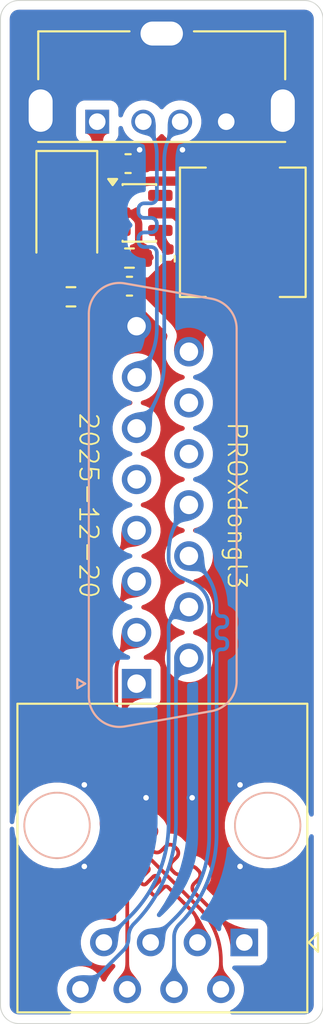
<source format=kicad_pcb>
(kicad_pcb
	(version 20241229)
	(generator "pcbnew")
	(generator_version "9.0")
	(general
		(thickness 1.6)
		(legacy_teardrops no)
	)
	(paper "A4")
	(layers
		(0 "F.Cu" signal)
		(2 "B.Cu" signal)
		(9 "F.Adhes" user "F.Adhesive")
		(11 "B.Adhes" user "B.Adhesive")
		(13 "F.Paste" user)
		(15 "B.Paste" user)
		(5 "F.SilkS" user "F.Silkscreen")
		(7 "B.SilkS" user "B.Silkscreen")
		(1 "F.Mask" user)
		(3 "B.Mask" user)
		(17 "Dwgs.User" user "User.Drawings")
		(19 "Cmts.User" user "User.Comments")
		(21 "Eco1.User" user "User.Eco1")
		(23 "Eco2.User" user "User.Eco2")
		(25 "Edge.Cuts" user)
		(27 "Margin" user)
		(31 "F.CrtYd" user "F.Courtyard")
		(29 "B.CrtYd" user "B.Courtyard")
		(35 "F.Fab" user)
		(33 "B.Fab" user)
		(39 "User.1" user)
		(41 "User.2" user)
		(43 "User.3" user)
		(45 "User.4" user)
	)
	(setup
		(pad_to_mask_clearance 0)
		(allow_soldermask_bridges_in_footprints no)
		(tenting front back)
		(pcbplotparams
			(layerselection 0x00000000_00000000_55555555_5755f5ff)
			(plot_on_all_layers_selection 0x00000000_00000000_00000000_00000000)
			(disableapertmacros no)
			(usegerberextensions yes)
			(usegerberattributes yes)
			(usegerberadvancedattributes yes)
			(creategerberjobfile yes)
			(dashed_line_dash_ratio 12.000000)
			(dashed_line_gap_ratio 3.000000)
			(svgprecision 4)
			(plotframeref no)
			(mode 1)
			(useauxorigin no)
			(hpglpennumber 1)
			(hpglpenspeed 20)
			(hpglpendiameter 15.000000)
			(pdf_front_fp_property_popups yes)
			(pdf_back_fp_property_popups yes)
			(pdf_metadata yes)
			(pdf_single_document no)
			(dxfpolygonmode yes)
			(dxfimperialunits yes)
			(dxfusepcbnewfont yes)
			(psnegative no)
			(psa4output no)
			(plot_black_and_white yes)
			(sketchpadsonfab no)
			(plotpadnumbers no)
			(hidednponfab no)
			(sketchdnponfab yes)
			(crossoutdnponfab yes)
			(subtractmaskfromsilk no)
			(outputformat 1)
			(mirror no)
			(drillshape 0)
			(scaleselection 1)
			(outputdirectory "out/")
		)
	)
	(net 0 "")
	(net 1 "unconnected-(J1-P14-Pad14)")
	(net 2 "/ETH_DC1+")
	(net 3 "/ETH_RX-")
	(net 4 "/ETH_TX+")
	(net 5 "/ETH_DC2+")
	(net 6 "/ETH_DC1-")
	(net 7 "unconnected-(J1-P13-Pad13)")
	(net 8 "/ETH_DC2-")
	(net 9 "/ETH_RX+")
	(net 10 "/ETH_TX-")
	(net 11 "unconnected-(J1-Pad5)")
	(net 12 "/USB_D-")
	(net 13 "/USB_D+")
	(net 14 "+3V3")
	(net 15 "GND")
	(net 16 "+5V")
	(net 17 "Net-(D1-A)")
	(net 18 "Net-(U1-FB)")
	(net 19 "unconnected-(U1-NC-Pad6)")
	(net 20 "Net-(U1-EN)")
	(footprint "Connector_USB:USB_A_Molex_105057_Vertical" (layer "F.Cu") (at 105.25 49.575))
	(footprint "Diode_SMD:D_SMA" (layer "F.Cu") (at 103.6 54.675 -90))
	(footprint "Package_TO_SOT_SMD:SOT-23-6" (layer "F.Cu") (at 107.5375 54.525))
	(footprint "Capacitor_SMD:C_0603_1608Metric" (layer "F.Cu") (at 106.925 51.85))
	(footprint "Inductor_SMD:L_APV_APH0630" (layer "F.Cu") (at 113.15 55.575 90))
	(footprint "Resistor_SMD:R_0603_1608Metric" (layer "F.Cu") (at 107 56.975))
	(footprint "Resistor_SMD:R_0603_1608Metric" (layer "F.Cu") (at 103.825 59.075))
	(footprint "Capacitor_SMD:C_0603_1608Metric" (layer "F.Cu") (at 107 58.5 180))
	(footprint "Resistor_SMD:R_0402_1005Metric" (layer "F.Cu") (at 109.075 57.01 90))
	(footprint "Connector_RJ:RJ45_OST_PJ012-8P8CX_Vertical" (layer "F.Cu") (at 113.23 94.1 180))
	(footprint "Connector_Dsub:DSUB-15_Socket_Vertical_P2.77x2.84mm" (layer "B.Cu") (at 107.385 80.06 -90))
	(gr_line
		(start 100 97.5)
		(end 100 44)
		(stroke
			(width 0.05)
			(type default)
		)
		(layer "Edge.Cuts")
		(uuid "0db6ce03-0979-466c-8d70-b73e485d4a8f")
	)
	(gr_line
		(start 117.5 44)
		(end 117.5 97.5)
		(stroke
			(width 0.05)
			(type default)
		)
		(layer "Edge.Cuts")
		(uuid "10be46f5-97dc-400b-ad24-0b8b87306653")
	)
	(gr_line
		(start 101 43)
		(end 116.5 43)
		(stroke
			(width 0.05)
			(type default)
		)
		(layer "Edge.Cuts")
		(uuid "413b3a9e-9bd9-4831-9365-cd63dbd28d7f")
	)
	(gr_arc
		(start 116.5 43)
		(mid 117.207107 43.292893)
		(end 117.5 44)
		(stroke
			(width 0.05)
			(type default)
		)
		(layer "Edge.Cuts")
		(uuid "52b734ef-74dd-43b6-888f-18443ecf54e3")
	)
	(gr_arc
		(start 101 98.5)
		(mid 100.292893 98.207107)
		(end 100 97.5)
		(stroke
			(width 0.05)
			(type default)
		)
		(layer "Edge.Cuts")
		(uuid "6a17951b-3130-4b4a-9fe8-2b07478bf2be")
	)
	(gr_line
		(start 116.5 98.5)
		(end 101 98.5)
		(stroke
			(width 0.05)
			(type default)
		)
		(layer "Edge.Cuts")
		(uuid "79c46bbb-04e4-4a4a-967a-27117ae08049")
	)
	(gr_arc
		(start 117.5 97.5)
		(mid 117.207107 98.207107)
		(end 116.5 98.5)
		(stroke
			(width 0.05)
			(type default)
		)
		(layer "Edge.Cuts")
		(uuid "dbd91a20-56fa-46cf-ba01-69e810d4c7e5")
	)
	(gr_arc
		(start 100 44)
		(mid 100.292893 43.292893)
		(end 101 43)
		(stroke
			(width 0.05)
			(type default)
		)
		(layer "Edge.Cuts")
		(uuid "f40b6dc1-c075-4afe-b6bc-38632a8e4915")
	)
	(gr_text "PROXdongl3\n\n\n\n\n2025-12-20"
		(at 104.2 70.4 270)
		(layer "F.SilkS")
		(uuid "ca6d681c-1b30-4157-b329-de577ee1e039")
		(effects
			(font
				(size 1 1)
				(thickness 0.1)
			)
			(justify bottom)
		)
	)
	(segment
		(start 109.42 93.811314)
		(end 109.42 96.64)
		(width 0.2)
		(layer "B.Cu")
		(net 2)
		(uuid "1b3a16c5-83c5-4082-963a-24f4bce5b034")
	)
	(segment
		(start 111.727 78.438473)
		(end 111.727 78.558473)
		(width 0.2)
		(layer "B.Cu")
		(net 2)
		(uuid "297592fe-a272-44fc-9e77-42cb25950c25")
	)
	(segment
		(start 112.307 77.838473)
		(end 112.307 77.958473)
		(width 0.2)
		(layer "B.Cu")
		(net 2)
		(uuid "3605a777-fcb1-4949-9d2b-4fed50311136")
	)
	(segment
		(start 110.225 73.135)
		(end 110.837673 73.747673)
		(width 0.2)
		(layer "B.Cu")
		(net 2)
		(uuid "42abc40d-b88e-4359-b3e2-d2fd62bc3daf")
	)
	(segment
		(start 111.967 76.398473)
		(end 112.067 76.398473)
		(width 0.2)
		(layer "B.Cu")
		(net 2)
		(uuid "4b6e64f8-ddf2-4ad7-88b5-f979a45e1a53")
	)
	(segment
		(start 111.727 78.611757)
		(end 111.727 79.948824)
		(width 0.2)
		(layer "B.Cu")
		(net 2)
		(uuid "58c9926b-6326-42e7-9dc0-12c851049de2")
	)
	(segment
		(start 111.727 78.558473)
		(end 111.727 78.611757)
		(width 0.2)
		(layer "B.Cu")
		(net 2)
		(uuid "83f4b8a8-9871-4188-8e2f-293062ac7c8a")
	)
	(segment
		(start 112.307 76.638473)
		(end 112.307 76.758473)
		(width 0.2)
		(layer "B.Cu")
		(net 2)
		(uuid "989da18c-164e-4312-b765-d0763e0d36c9")
	)
	(segment
		(start 112.067 76.998473)
		(end 111.967 76.998473)
		(width 0.2)
		(layer "B.Cu")
		(net 2)
		(uuid "aba83d00-45b9-415e-8971-df563c611b99")
	)
	(segment
		(start 111.727 79.948824)
		(end 111.727 88.241834)
		(width 0.2)
		(layer "B.Cu")
		(net 2)
		(uuid "b4f4a6aa-0c07-400b-8acd-30687c0c6f72")
	)
	(segment
		(start 112.067 78.198473)
		(end 111.967 78.198473)
		(width 0.2)
		(layer "B.Cu")
		(net 2)
		(uuid "c29c28f6-4ec4-47de-af13-a0590522dd89")
	)
	(segment
		(start 111.727005 75.894771)
		(end 111.727 76.158473)
		(width 0.2)
		(layer "B.Cu")
		(net 2)
		(uuid "cca05b71-5b5f-4256-ab52-cb01e3d64242")
	)
	(segment
		(start 111.727 77.238473)
		(end 111.727 77.358473)
		(width 0.2)
		(layer "B.Cu")
		(net 2)
		(uuid "e8f35f1c-5947-4153-b041-9d5f8b5d5ced")
	)
	(segment
		(start 111.967 77.598473)
		(end 112.067 77.598473)
		(width 0.2)
		(layer "B.Cu")
		(net 2)
		(uuid "eca8d92f-de7c-4ff4-8620-6832795d65d8")
	)
	(arc
		(start 111.727 88.241834)
		(mid 111.203571 90.873289)
		(end 109.712893 93.104207)
		(width 0.2)
		(layer "B.Cu")
		(net 2)
		(uuid "3d729d30-f11a-449e-8f5f-d25a15500890")
	)
	(arc
		(start 111.727 77.358473)
		(mid 111.797294 77.528179)
		(end 111.967 77.598473)
		(width 0.2)
		(layer "B.Cu")
		(net 2)
		(uuid "4889e938-fd7e-45f7-a438-fd58a02665ad")
	)
	(arc
		(start 111.967 76.998473)
		(mid 111.797294 77.068767)
		(end 111.727 77.238473)
		(width 0.2)
		(layer "B.Cu")
		(net 2)
		(uuid "840bed66-a729-458a-bb79-41114e5b1fc5")
	)
	(arc
		(start 112.307 77.958473)
		(mid 112.236706 78.128179)
		(end 112.067 78.198473)
		(width 0.2)
		(layer "B.Cu")
		(net 2)
		(uuid "88017b7f-2ce8-4096-b5fa-7d43e157a07b")
	)
	(arc
		(start 112.307 76.758473)
		(mid 112.236706 76.928179)
		(end 112.067 76.998473)
		(width 0.2)
		(layer "B.Cu")
		(net 2)
		(uuid "9785c371-2f24-469e-8504-4a7247b09219")
	)
	(arc
		(start 111.727 76.158473)
		(mid 111.797294 76.328179)
		(end 111.967 76.398473)
		(width 0.2)
		(layer "B.Cu")
		(net 2)
		(uuid "a609964b-d264-4d9f-b12b-08cc4a699a63")
	)
	(arc
		(start 112.067 76.398473)
		(mid 112.236706 76.468767)
		(end 112.307 76.638473)
		(width 0.2)
		(layer "B.Cu")
		(net 2)
		(uuid "ac1d85bb-f59a-4dfc-941c-ef6392377f83")
	)
	(arc
		(start 109.712893 93.104207)
		(mid 109.49612 93.428631)
		(end 109.42 93.811314)
		(width 0.2)
		(layer "B.Cu")
		(net 2)
		(uuid "d6ee7632-5b2a-4cfb-b595-83b645ff3a0f")
	)
	(arc
		(start 110.837673 73.747673)
		(mid 111.495887 74.73277)
		(end 111.727005 75.894771)
		(width 0.2)
		(layer "B.Cu")
		(net 2)
		(uuid "d77a85b3-60db-4da9-b72d-3bba58386af8")
	)
	(arc
		(start 112.067 77.598473)
		(mid 112.236706 77.668767)
		(end 112.307 77.838473)
		(width 0.2)
		(layer "B.Cu")
		(net 2)
		(uuid "db339cf9-2624-410e-9cdf-a3c53cbe6b3f")
	)
	(arc
		(start 111.967 78.198473)
		(mid 111.797294 78.268767)
		(end 111.727 78.438473)
		(width 0.2)
		(layer "B.Cu")
		(net 2)
		(uuid "e60421ae-9944-4ba1-b5d8-dc864b2c1861")
	)
	(segment
		(start 106.88 96.64)
		(end 106.88 91.014127)
		(width 0.2)
		(layer "F.Cu")
		(net 3)
		(uuid "35e5ba2f-7fd0-48ff-93b1-eae833a0d61e")
	)
	(segment
		(start 105.482 87.639086)
		(end 105.482 76.344198)
		(width 0.2)
		(layer "F.Cu")
		(net 3)
		(uuid "60b35e78-4833-4263-92c3-97eb2a95da3d")
	)
	(arc
		(start 105.774893 88.346193)
		(mid 106.592798 89.570264)
		(end 106.88 91.014127)
		(width 0.2)
		(layer "F.Cu")
		(net 3)
		(uuid "19e1288e-cd7a-4cfe-953d-6947053902e2")
	)
	(arc
		(start 107.385 71.75)
		(mid 105.976563 73.857856)
		(end 105.482 76.344198)
		(width 0.2)
		(layer "F.Cu")
		(net 3)
		(uuid "9c5fc30d-d7ed-4b8a-bacb-26097bee2dee")
	)
	(arc
		(start 105.774893 88.346193)
		(mid 105.55812 88.02177)
		(end 105.482 87.639086)
		(width 0.2)
		(layer "F.Cu")
		(net 3)
		(uuid "d51b8968-c8e4-42c4-9a1a-bfffcced0d88")
	)
	(segment
		(start 106.685 80.76)
		(end 106.685 87.140786)
		(width 0.2)
		(layer "F.Cu")
		(net 4)
		(uuid "213cc9bc-96a1-4c17-8f5c-ccd93a116c65")
	)
	(segment
		(start 108.728115 89.12294)
		(end 108.960045 88.891007)
		(width 0.2)
		(layer "F.Cu")
		(net 4)
		(uuid "24ac8024-d204-4326-b00b-005f6abc51fc")
	)
	(segment
		(start 110.62316 90.078947)
		(end 110.741953 90.19774)
		(width 0.2)
		(layer "F.Cu")
		(net 4)
		(uuid "33be4c92-56f3-41eb-816b-15f32d9d77e2")
	)
	(segment
		(start 107.385 80.06)
		(end 106.685 80.76)
		(width 0.2)
		(layer "F.Cu")
		(net 4)
		(uuid "34c1f55e-d59e-4312-a4ac-b692196311fb")
	)
	(segment
		(start 110.741953 90.672916)
		(end 110.51002 90.904846)
		(width 0.2)
		(layer "F.Cu")
		(net 4)
		(uuid "5422b261-37a7-4aa3-8ee2-9fe0f509da50")
	)
	(segment
		(start 107.385 80.06)
		(end 106.977893 80.467107)
		(width 0.2)
		(layer "F.Cu")
		(net 4)
		(uuid "6c1f7510-deab-4342-9ffa-c055c23b178e")
	)
	(segment
		(start 107.540176 87.935001)
		(end 107.772106 87.703068)
		(width 0.2)
		(layer "F.Cu")
		(net 4)
		(uuid "84b38016-7cc8-4fa3-8b7d-a5b057c522ba")
	)
	(segment
		(start 109.554014 89.484977)
		(end 109.322081 89.716907)
		(width 0.2)
		(layer "F.Cu")
		(net 4)
		(uuid "9ac48fe6-f7b1-44c0-98a7-4e04da66844b")
	)
	(segment
		(start 109.916054 90.310879)
		(end 110.147984 90.078946)
		(width 0.2)
		(layer "F.Cu")
		(net 4)
		(uuid "a2574c8e-f60c-47dc-ba1e-fdeaf4826972")
	)
	(segment
		(start 110.628817 91.498817)
		(end 111.065 91.935)
		(width 0.2)
		(layer "F.Cu")
		(net 4)
		(uuid "ab11df4e-0c3b-49e5-b3ae-859f74f2b246")
	)
	(segment
		(start 109.435221 88.891008)
		(end 109.554014 89.009801)
		(width 0.2)
		(layer "F.Cu")
		(net 4)
		(uuid "b6312bb9-ecae-4f9e-96e4-326e5c0f01a1")
	)
	(segment
		(start 109.322082 90.192083)
		(end 109.440878 90.310878)
		(width 0.2)
		(layer "F.Cu")
		(net 4)
		(uuid "b73de118-aa28-480d-b46e-9d60e59735a8")
	)
	(segment
		(start 108.366075 88.297038)
		(end 108.134142 88.528968)
		(width 0.2)
		(layer "F.Cu")
		(net 4)
		(uuid "bca99180-b19e-4329-afac-060f59b785f4")
	)
	(segment
		(start 111.065 91.935)
		(end 113.23 94.1)
		(width 0.2)
		(layer "F.Cu")
		(net 4)
		(uuid "d2aaabad-c98a-45ae-96f4-1a8bd2222fa4")
	)
	(segment
		(start 108.247282 87.703069)
		(end 108.366075 87.821862)
		(width 0.2)
		(layer "F.Cu")
		(net 4)
		(uuid "dfb03752-e664-48a2-9d08-a7133c0f8063")
	)
	(segment
		(start 110.510021 91.380022)
		(end 110.628817 91.498817)
		(width 0.2)
		(layer "F.Cu")
		(net 4)
		(uuid "e06b253f-14fb-4dc8-9851-561d427c4427")
	)
	(segment
		(start 106.977893 87.847893)
		(end 107.065 87.935)
		(width 0.2)
		(layer "F.Cu")
		(net 4)
		(uuid "e20394a6-36ba-478e-8529-2641863adfaf")
	)
	(segment
		(start 108.134143 89.004144)
		(end 108.252939 89.122939)
		(width 0.2)
		(layer "F.Cu")
		(net 4)
		(uuid "e7e0aa8a-e407-46af-a998-0e98ace99086")
	)
	(arc
		(start 108.134142 88.528968)
		(mid 108.035731 88.766556)
		(end 108.134143 89.004144)
		(width 0.2)
		(layer "F.Cu")
		(net 4)
		(uuid "233b63ef-0432-464d-be60-e0fff5d13ac2")
	)
	(arc
		(start 110.51002 90.904846)
		(mid 110.411609 91.142434)
		(end 110.510021 91.380022)
		(width 0.2)
		(layer "F.Cu")
		(net 4)
		(uuid "3f33e3bc-9f81-4a07-86d5-c2781531a87b")
	)
	(arc
		(start 109.440878 90.310878)
		(mid 109.678467 90.40929)
		(end 109.916054 90.310879)
		(width 0.2)
		(layer "F.Cu")
		(net 4)
		(uuid "443a3d4a-6585-4196-a40e-7041425c4eac")
	)
	(arc
		(start 110.147984 90.078946)
		(mid 110.385572 89.980535)
		(end 110.62316 90.078947)
		(width 0.2)
		(layer "F.Cu")
		(net 4)
		(uuid "450e2d8f-0dd2-42b4-8f9f-39d4c2ccd201")
	)
	(arc
		(start 110.741953 90.19774)
		(mid 110.840365 90.435328)
		(end 110.741953 90.672916)
		(width 0.2)
		(layer "F.Cu")
		(net 4)
		(uuid "4e2764a4-0acf-4e47-855b-0e09e4b064ac")
	)
	(arc
		(start 107.065 87.935)
		(mid 107.302589 88.033412)
		(end 107.540176 87.935001)
		(width 0.2)
		(layer "F.Cu")
		(net 4)
		(uuid "617fa0de-ebb0-436c-8263-15595d60ef9c")
	)
	(arc
		(start 108.366075 87.821862)
		(mid 108.464487 88.05945)
		(end 108.366075 88.297038)
		(width 0.2)
		(layer "F.Cu")
		(net 4)
		(uuid "75f31041-05b3-4f77-bf21-c5469b3b3203")
	)
	(arc
		(start 108.252939 89.122939)
		(mid 108.490528 89.221351)
		(end 108.728115 89.12294)
		(width 0.2)
		(layer "F.Cu")
		(net 4)
		(uuid "8f790694-a398-4b1e-bb57-b582fb2543be")
	)
	(arc
		(start 107.772106 87.703068)
		(mid 108.009694 87.604657)
		(end 108.247282 87.703069)
		(width 0.2)
		(layer "F.Cu")
		(net 4)
		(uuid "a951adfe-5ee2-47da-a8db-acf76f9336c4")
	)
	(arc
		(start 109.554014 89.009801)
		(mid 109.652426 89.247389)
		(end 109.554014 89.484977)
		(width 0.2)
		(layer "F.Cu")
		(net 4)
		(uuid "cac28868-16bc-44b8-8510-56e0c858b8a5")
	)
	(arc
		(start 106.685 87.140786)
		(mid 106.76112 87.52347)
		(end 106.977893 87.847893)
		(width 0.2)
		(layer "F.Cu")
		(net 4)
		(uuid "d50a074b-b3dd-4558-8c40-85b226028dcd")
	)
	(arc
		(start 109.322081 89.716907)
		(mid 109.22367 89.954495)
		(end 109.322082 90.192083)
		(width 0.2)
		(layer "F.Cu")
		(net 4)
		(uuid "dc2f670d-15ea-4477-9882-6c8a74a5d2f3")
	)
	(arc
		(start 108.960045 88.891007)
		(mid 109.197633 88.792596)
		(end 109.435221 88.891008)
		(width 0.2)
		(layer "F.Cu")
		(net 4)
		(uuid "e16beaad-139b-4905-8a28-40e8a90511db")
	)
	(segment
		(start 111.326 75.937102)
		(end 111.326 88.341275)
		(width 0.2)
		(layer "B.Cu")
		(net 5)
		(uuid "2e521ab4-1c9c-4f82-8744-e8f74b45f502")
	)
	(segment
		(start 109.4997 92.750316)
		(end 108.15 94.1)
		(width 0.2)
		(layer "B.Cu")
		(net 5)
		(uuid "50323dfe-b2cd-4ed8-8839-87d366f75576")
	)
	(segment
		(start 109.123999 73.094481)
		(end 109.123997 73.24715)
		(width 0.2)
		(layer "B.Cu")
		(net 5)
		(uuid "573d0532-267c-4c64-81f2-82efa49f1e11")
	)
	(segment
		(start 109.124 73.050762)
		(end 109.123999 73.094481)
		(width 0.2)
		(layer "B.Cu")
		(net 5)
		(uuid "83aac324-fece-4496-8203-5c602cf4d72f")
	)
	(segment
		(start 109.124 73.022931)
		(end 109.124 73.050762)
		(width 0.2)
		(layer "B.Cu")
		(net 5)
		(uuid "b55e6cf2-afd1-4de7-8e61-c1b98395f5a3")
	)
	(segment
		(start 109.80946 74.311291)
		(end 110.472761 74.612516)
		(width 0.2)
		(layer "B.Cu")
		(net 5)
		(uuid "e3ce3b94-346f-4702-a787-4bad6a18c179")
	)
	(arc
		(start 109.123997 73.24715)
		(mid 109.310191 73.880054)
		(end 109.80946 74.311291)
		(width 0.2)
		(layer "B.Cu")
		(net 5)
		(uuid "29764fa2-a997-4704-9206-466832b26de4")
	)
	(arc
		(start 110.225 70.365)
		(mid 109.410133 71.584481)
		(end 109.124 73.022931)
		(width 0.2)
		(layer "B.Cu")
		(net 5)
		(uuid "524331c2-a955-4a25-93ad-45d61e2ba38d")
	)
	(arc
		(start 111.326 88.341275)
		(mid 110.85136 90.727434)
		(end 109.4997 92.750316)
		(width 0.2)
		(layer "B.Cu")
		(net 5)
		(uuid "95ff44f7-af53-4de6-a56f-ea9300a9a3de")
	)
	(arc
		(start 111.326 75.937102)
		(mid 111.094227 75.149297)
		(end 110.472761 74.612516)
		(width 0.2)
		(layer "B.Cu")
		(net 5)
		(uuid "e8685c65-5f2e-4be2-a160-a7a6580df01f")
	)
	(segment
		(start 109.416893 76.333107)
		(end 109.845 75.905)
		(width 0.2)
		(layer "B.Cu")
		(net 6)
		(uuid "19de6717-dd66-4f55-9b1f-ed5f070abbb0")
	)
	(segment
		(start 109.124 87.641773)
		(end 109.124 77.040214)
		(width 0.2)
		(layer "B.Cu")
		(net 6)
		(uuid "7ef2c0a7-1daf-4709-ba47-40c201c5c4ee")
	)
	(segment
		(start 109.845 75.905)
		(end 110.225 75.905)
		(width 0.2)
		(layer "B.Cu")
		(net 6)
		(uuid "7ff693eb-e5e6-4b1c-9b05-4bb976a10db3")
	)
	(segment
		(start 105.61 94.1)
		(end 107.042033 92.668001)
		(width 0.2)
		(layer "B.Cu")
		(net 6)
		(uuid "947dcb75-2a58-4d01-91e3-4a251669c49b")
	)
	(segment
		(start 105.61 94.1)
		(end 105.5 93.99)
		(width 0.2)
		(layer "B.Cu")
		(net 6)
		(uuid "ee570994-3e94-4237-bd5c-cfcc1aedb572")
	)
	(arc
		(start 107.042033 92.668001)
		(mid 108.582913 90.361955)
		(end 109.124 87.641773)
		(width 0.2)
		(layer "B.Cu")
		(net 6)
		(uuid "9367f155-3e0b-4ef1-95e0-d75e8f9bf54c")
	)
	(arc
		(start 109.416893 76.333107)
		(mid 109.20012 76.65753)
		(end 109.124 77.040214)
		(width 0.2)
		(layer "B.Cu")
		(net 6)
		(uuid "ac278524-a01d-4232-8144-d0e3b99e6d94")
	)
	(segment
		(start 106.953893 93.828232)
		(end 106.953893 93.785982)
		(width 0.2)
		(layer "B.Cu")
		(net 8)
		(uuid "6010f089-3123-43db-a364-fbc262c45f34")
	)
	(segment
		(start 109.525 87.578835)
		(end 109.525 79.789214)
		(width 0.2)
		(layer "B.Cu")
		(net 8)
		(uuid "7e9e76bf-d0c5-4b76-b851-d7129937c28e")
	)
	(segment
		(start 104.556339 96.64)
		(end 106.661 94.535339)
		(width 0.2)
		(layer "B.Cu")
		(net 8)
		(uuid "95ee3c68-50d0-449d-b1c1-bdd40f4b71cc")
	)
	(segment
		(start 104.34 96.64)
		(end 104.556339 96.64)
		(width 0.2)
		(layer "B.Cu")
		(net 8)
		(uuid "b41c45bb-3840-4329-873b-0826724ca19c")
	)
	(segment
		(start 109.817893 79.082107)
		(end 110.225 78.675)
		(width 0.2)
		(layer "B.Cu")
		(net 8)
		(uuid "ee68e164-ca41-4506-92ea-0620134d969e")
	)
	(arc
		(start 109.525 79.789214)
		(mid 109.60112 79.406531)
		(end 109.817893 79.082107)
		(width 0.2)
		(layer "B.Cu")
		(net 8)
		(uuid "601c0325-34fd-4107-8982-98e1646ff6bb")
	)
	(arc
		(start 106.953893 93.785982)
		(mid 107.030013 93.403299)
		(end 107.246786 93.078875)
		(width 0.2)
		(layer "B.Cu")
		(net 8)
		(uuid "6cbdcb56-97f5-4eb9-bec7-9c4b1ad8ab0a")
	)
	(arc
		(start 106.661 94.535339)
		(mid 106.877773 94.210916)
		(end 106.953893 93.828232)
		(width 0.2)
		(layer "B.Cu")
		(net 8)
		(uuid "cdf8a814-f6e8-4848-b587-18abdfccfa59")
	)
	(arc
		(start 107.246786 93.078875)
		(mid 108.932921 90.555415)
		(end 109.525 87.578835)
		(width 0.2)
		(layer "B.Cu")
		(net 8)
		(uuid "eb7a141a-7c25-4cc6-b7e6-d884c399ce57")
	)
	(segment
		(start 109.162381 91.166581)
		(end 109.3279 91.3321)
		(width 0.2)
		(layer "F.Cu")
		(net 9)
		(uuid "15b411c7-ffbd-4ead-bf58-f9f9c6b35cb2")
	)
	(segment
		(start 109.104397 91.108597)
		(end 109.162381 91.166581)
		(width 0.2)
		(layer "F.Cu")
		(net 9)
		(uuid "2762318f-2d42-4a0d-9577-aa34abcf0d1c")
	)
	(segment
		(start 108.002727 90.238858)
		(end 107.619475 90.622109)
		(width 0.2)
		(layer "F.Cu")
		(net 9)
		(uuid "287071ee-1ee2-499c-a9ce-f8ecf42d3b0b")
	)
	(segment
		(start 107.4229 89.659031)
		(end 107.216424 89.865506)
		(width 0.2)
		(layer "F.Cu")
		(net 9)
		(uuid "29a7ed2f-8e4f-4cb7-82c9-1b82aa07d29c")
	)
	(segment
		(start 108.199302 91.433867)
		(end 108.257284 91.491849)
		(width 0.2)
		(layer "F.Cu")
		(net 9)
		(uuid "2bc0a353-443d-4045-92f7-8008b44d6876")
	)
	(segment
		(start 107.216424 90.097437)
		(end 107.274406 90.155419)
		(width 0.2)
		(layer "F.Cu")
		(net 9)
		(uuid "3bd8a843-541f-49a2-80ce-54e5adec7582")
	)
	(segment
		(start 109.3279 91.3321)
		(end 110.281037 92.285237)
		(width 0.2)
		(layer "F.Cu")
		(net 9)
		(uuid "3ff0c178-d559-4453-b347-324ac0c71169")
	)
	(segment
		(start 110.281037 92.285237)
		(end 110.397107 92.401307)
		(width 0.2)
		(layer "F.Cu")
		(net 9)
		(uuid "870a4c3e-3467-4d7d-899e-2fa5d5e145dc")
	)
	(segment
		(start 107.944743 89.948943)
		(end 108.002727 90.006927)
		(width 0.2)
		(layer "F.Cu")
		(net 9)
		(uuid "9c62ffd7-2d59-4831-8a10-0b34bb66b7f3")
	)
	(segment
		(start 107.506337 90.155419)
		(end 107.712812 89.948943)
		(width 0.2)
		(layer "F.Cu")
		(net 9)
		(uuid "a5c6f3b1-9b78-483d-a59a-da4a82b89d2b")
	)
	(segment
		(start 107.909388 90.912022)
		(end 108.292639 90.52877)
		(width 0.2)
		(layer "F.Cu")
		(net 9)
		(uuid "a8239e8f-f4ad-4bcd-a685-40b24630076d")
	)
	(segment
		(start 108.582554 90.818685)
		(end 108.199302 91.201936)
		(width 0.2)
		(layer "F.Cu")
		(net 9)
		(uuid "ae2a428f-6241-4267-938d-dc7b1785dbab")
	)
	(segment
		(start 107.619475 90.85404)
		(end 107.677457 90.912022)
		(width 0.2)
		(layer "F.Cu")
		(net 9)
		(uuid "bd542de6-00d6-4569-a8a8-7b814e5434c0")
	)
	(segment
		(start 105.883 78.146129)
		(end 105.883 87.472986)
		(width 0.2)
		(layer "F.Cu")
		(net 9)
		(uuid "bdcc6913-de0c-47e8-80af-b18b6df31a33")
	)
	(segment
		(start 108.52457 90.52877)
		(end 108.582554 90.586754)
		(width 0.2)
		(layer "F.Cu")
		(net 9)
		(uuid "cbb60cd9-50b4-4299-b5a3-262396cc7801")
	)
	(segment
		(start 106.175893 88.180093)
		(end 107.4229 89.4271)
		(width 0.2)
		(layer "F.Cu")
		(net 9)
		(uuid "dc2eb85c-2011-497b-9c1a-e9375e89c281")
	)
	(segment
		(start 108.489215 91.491849)
		(end 108.872466 91.108597)
		(width 0.2)
		(layer "F.Cu")
		(net 9)
		(uuid "f106b01f-947e-4b6d-b921-7b6d67ddc96c")
	)
	(segment
		(start 110.69 93.108414)
		(end 110.69 94.1)
		(width 0.2)
		(layer "F.Cu")
		(net 9)
		(uuid "fadf9c9d-be21-45c6-bd28-ba31471b182e")
	)
	(arc
		(start 107.677457 90.912022)
		(mid 107.793423 90.960056)
		(end 107.909388 90.912022)
		(width 0.2)
		(layer "F.Cu")
		(net 9)
		(uuid "0044d40f-1336-4018-897f-f767c31ef9ee")
	)
	(arc
		(start 110.397107 92.401307)
		(mid 110.61388 92.725731)
		(end 110.69 93.108414)
		(width 0.2)
		(layer "F.Cu")
		(net 9)
		(uuid "08a9e97a-790d-4c1c-9c02-8911175f24f6")
	)
	(arc
		(start 105.883 87.472986)
		(mid 105.95912 87.855669)
		(end 106.175893 88.180093)
		(width 0.2)
		(layer "F.Cu")
		(net 9)
		(uuid "132eb2b6-7af8-45e0-ad5e-0a1ba96503ff")
	)
	(arc
		(start 108.199302 91.201936)
		(mid 108.151268 91.317901)
		(end 108.199302 91.433867)
		(width 0.2)
		(layer "F.Cu")
		(net 9)
		(uuid "2908833b-4ba6-4279-91a0-8e3768d41ad8")
	)
	(arc
		(start 107.4229 89.4271)
		(mid 107.470934 89.543066)
		(end 107.4229 89.659031)
		(width 0.2)
		(layer "F.Cu")
		(net 9)
		(uuid "3d1a5c3b-9c1c-4ff9-b509-0cd7ba345534")
	)
	(arc
		(start 108.002727 90.006927)
		(mid 108.050761 90.122893)
		(end 108.002727 90.238858)
		(width 0.2)
		(layer "F.Cu")
		(net 9)
		(uuid "43d0c6e6-db7b-45ce-b80a-75e47fc99d11")
	)
	(arc
		(start 107.619475 90.622109)
		(mid 107.571441 90.738074)
		(end 107.619475 90.85404)
		(width 0.2)
		(layer "F.Cu")
		(net 9)
		(uuid "450ede13-fc08-433a-a879-90ba3cb3c275")
	)
	(arc
		(start 107.712812 89.948943)
		(mid 107.828777 89.900909)
		(end 107.944743 89.948943)
		(width 0.2)
		(layer "F.Cu")
		(net 9)
		(uuid "559183c8-82a1-498e-9f0c-0c279546951a")
	)
	(arc
		(start 108.292639 90.52877)
		(mid 108.408604 90.480736)
		(end 108.52457 90.52877)
		(width 0.2)
		(layer "F.Cu")
		(net 9)
		(uuid "6c24ef7f-7479-488d-81ee-eaa183b09299")
	)
	(arc
		(start 108.582554 90.586754)
		(mid 108.630588 90.70272)
		(end 108.582554 90.818685)
		(width 0.2)
		(layer "F.Cu")
		(net 9)
		(uuid "a09cebd6-3518-47f7-8983-a19fb2e66433")
	)
	(arc
		(start 107.274406 90.155419)
		(mid 107.390372 90.203453)
		(end 107.506337 90.155419)
		(width 0.2)
		(layer "F.Cu")
		(net 9)
		(uuid "a2dcb139-68dc-48c9-8390-fa2135db1e40")
	)
	(arc
		(start 107.216424 89.865506)
		(mid 107.16839 89.981471)
		(end 107.216424 90.097437)
		(width 0.2)
		(layer "F.Cu")
		(net 9)
		(uuid "ad7c87b6-7075-4132-a3b8-14a1b031aa08")
	)
	(arc
		(start 107.385 74.52)
		(mid 106.273353 76.18369)
		(end 105.883 78.146129)
		(width 0.2)
		(layer "F.Cu")
		(net 9)
		(uuid "b7972300-392c-4a71-beb6-4c9b3c4b1973")
	)
	(arc
		(start 108.872466 91.108597)
		(mid 108.988431 91.060563)
		(end 109.104397 91.108597)
		(width 0.2)
		(layer "F.Cu")
		(net 9)
		(uuid "ea0192bc-0949-40f4-aa03-732e56c585c8")
	)
	(arc
		(start 108.257284 91.491849)
		(mid 108.37325 91.539883)
		(end 108.489215 91.491849)
		(width 0.2)
		(layer "F.Cu")
		(net 9)
		(uuid "ffa78e4a-9ea6-435a-ba81-a0d93d71d9c7")
	)
	(segment
		(start 111.96 96.64)
		(end 111.96 95.064265)
		(width 0.2)
		(layer "F.Cu")
		(net 10)
		(uuid "1e072b2f-a021-4d03-b679-d9ccb33c45ac")
	)
	(segment
		(start 110.781137 92.218237)
		(end 106.576893 88.013993)
		(width 0.2)
		(layer "F.Cu")
		(net 10)
		(uuid "2ced86cf-7653-41f5-805b-b58d44cbf522")
	)
	(segment
		(start 107.037789 77.637211)
		(end 107.385 77.29)
		(width 0.2)
		(layer "F.Cu")
		(net 10)
		(uuid "54d048d0-6021-4565-a7d5-639d167c4ae7")
	)
	(segment
		(start 106.284 87.306886)
		(end 106.284 79.457019)
		(width 0.2)
		(layer "F.Cu")
		(net 10)
		(uuid "712ae5f0-9554-4cfe-b6b0-42cb67fcdea8")
	)
	(arc
		(start 106.576893 88.013993)
		(mid 106.36012 87.68957)
		(end 106.284 87.306886)
		(width 0.2)
		(layer "F.Cu")
		(net 10)
		(uuid "0907e4d0-264d-4934-9588-116a623b2293")
	)
	(arc
		(start 107.037789 77.637211)
		(mid 106.479903 78.472146)
		(end 106.284 79.457019)
		(width 0.2)
		(layer "F.Cu")
		(net 10)
		(uuid "6fbe9976-3140-4f1f-b030-d3810ef537c8")
	)
	(arc
		(start 111.96 95.064265)
		(mid 111.653623 93.524006)
		(end 110.781137 92.218237)
		(width 0.2)
		(layer "F.Cu")
		(net 10)
		(uuid "c8e3aab4-fd21-4b27-8658-33ac568c0160")
	)
	(segment
		(start 108.486 56.689154)
		(end 108.486 56.847154)
		(width 0.2)
		(layer "B.Cu")
		(net 12)
		(uuid "23496db4-f28d-4bb6-b3aa-9472dd5585a4")
	)
	(segment
		(start 107.486 54.319154)
		(end 107.486 54.477154)
		(width 0.2)
		(layer "B.Cu")
		(net 12)
		(uuid "28aa498c-cb3f-438a-87f5-cb121be52b02")
	)
	(segment
		(start 108.486 57.386457)
		(end 108.486 60.686014)
		(width 0.2)
		(layer "B.Cu")
		(net 12)
		(uuid "4d5bcb86-66a0-4fec-ae6b-8ac09eda99f6")
	)
	(segment
		(start 107.802 56.373154)
		(end 108.17 56.373154)
		(width 0.2)
		(layer "B.Cu")
		(net 12)
		(uuid "51d1a17f-6a27-45e0-93fa-ef82105b840e")
	)
	(segment
		(start 108.486 56.847154)
		(end 108.486 57.386457)
		(width 0.2)
		(layer "B.Cu")
		(net 12)
		(uuid "6776eea8-7121-453a-b195-79c66e4fbad6")
	)
	(segment
		(start 108.17 54.003154)
		(end 107.802 54.003154)
		(width 0.2)
		(layer "B.Cu")
		(net 12)
		(uuid "6fa97fdf-6848-4b29-8e40-0bc59ab0ac6c")
	)
	(segment
		(start 107.486 55.899154)
		(end 107.486 56.057154)
		(width 0.2)
		(layer "B.Cu")
		(net 12)
		(uuid "79bf253b-746c-4e9e-97e2-c9ec8db90d05")
	)
	(segment
		(start 108.17 55.583154)
		(end 107.802 55.583154)
		(width 0.2)
		(layer "B.Cu")
		(net 12)
		(uuid "9bb884ef-eb84-434c-9154-8c64cbfaa4b5")
	)
	(segment
		(start 108.486 51.351842)
		(end 108.486 51.796628)
		(width 0.2)
		(layer "B.Cu")
		(net 12)
		(uuid "a056054f-0ff4-4d10-9ad0-0c46fb4a43b0")
	)
	(segment
		(start 108.486 55.109154)
		(end 108.486 55.267154)
		(width 0.2)
		(layer "B.Cu")
		(net 12)
		(uuid "a0acfa86-4f28-451c-a60a-65e158d40758")
	)
	(segment
		(start 108.486 51.796628)
		(end 108.486 53.687154)
		(width 0.2)
		(layer "B.Cu")
		(net 12)
		(uuid "a7c53928-9160-4ccf-a69d-72c0a2ffd7bb")
	)
	(segment
		(start 107.802 54.793154)
		(end 108.17 54.793154)
		(width 0.2)
		(layer "B.Cu")
		(net 12)
		(uuid "aa6501c4-0df3-4c8f-928c-f468a425602e")
	)
	(segment
		(start 108.486 60.686014)
		(end 108.486 60.781945)
		(width 0.2)
		(layer "B.Cu")
		(net 12)
		(uuid "de40dec4-d312-4bb8-a952-b8a211f5c4f1")
	)
	(arc
		(start 108.17 56.373154)
		(mid 108.393446 56.465708)
		(end 108.486 56.689154)
		(width 0.2)
		(layer "B.Cu")
		(net 12)
		(uuid "20047fae-f7a1-48f4-80fe-b6118b19fdf2")
	)
	(arc
		(start 107.486 56.057154)
		(mid 107.578554 56.2806)
		(end 107.802 56.373154)
		(width 0.2)
		(layer "B.Cu")
		(net 12)
		(uuid "3568e6d4-e156-4087-a58b-41e93f3b3b74")
	)
	(arc
		(start 108.486 55.267154)
		(mid 108.393446 55.4906)
		(end 108.17 55.583154)
		(width 0.2)
		(layer "B.Cu")
		(net 12)
		(uuid "50457c9f-9802-44ae-9488-3300295b0ac3")
	)
	(arc
		(start 107.75 49.575)
		(mid 108.294723 50.390229)
		(end 108.486 51.351842)
		(width 0.2)
		(layer "B.Cu")
		(net 12)
		(uuid "6af29a37-9ac1-4f81-b724-5df1471d1403")
	)
	(arc
		(start 107.802 54.003154)
		(mid 107.578554 54.095708)
		(end 107.486 54.319154)
		(width 0.2)
		(layer "B.Cu")
		(net 12)
		(uuid "791cb95d-5b16-48dc-a8bf-9a9ddad8a0db")
	)
	(arc
		(start 107.486 54.477154)
		(mid 107.578554 54.7006)
		(end 107.802 54.793154)
		(width 0.2)
		(layer "B.Cu")
		(net 12)
		(uuid "c91457fc-7ef3-4b65-bf6b-9965a9aa412e")
	)
	(arc
		(start 108.17 54.793154)
		(mid 108.393446 54.885708)
		(end 108.486 55.109154)
		(width 0.2)
		(layer "B.Cu")
		(net 12)
		(uuid "dc525829-3397-43c6-85dd-58877e93747e")
	)
	(arc
		(start 108.486 53.687154)
		(mid 108.393446 53.9106)
		(end 108.17 54.003154)
		(width 0.2)
		(layer "B.Cu")
		(net 12)
		(uuid "e022a7e5-e933-467a-b20d-fc1177adec34")
	)
	(arc
		(start 108.486 60.781945)
		(mid 108.199858 62.220476)
		(end 107.385 63.44)
		(width 0.2)
		(layer "B.Cu")
		(net 12)
		(uuid "e645ea2f-98ab-4587-aa11-18728556de01")
	)
	(arc
		(start 107.802 55.583154)
		(mid 107.578554 55.675708)
		(end 107.486 55.899154)
		(width 0.2)
		(layer "B.Cu")
		(net 12)
		(uuid "e9adca7c-b2c0-40e5-a3e1-94bd1cd879a0")
	)
	(segment
		(start 108.887 51.658474)
		(end 108.887 62.583871)
		(width 0.2)
		(layer "B.Cu")
		(net 13)
		(uuid "bda663fa-58e7-44bf-954b-314e59c1a180")
	)
	(arc
		(start 109.75 49.575)
		(mid 109.111288 50.530903)
		(end 108.887 51.658474)
		(width 0.2)
		(layer "B.Cu")
		(net 13)
		(uuid "4ff6a839-319f-4996-91ee-d45cb3613d47")
	)
	(arc
		(start 107.385 66.21)
		(mid 108.496646 64.546311)
		(end 108.887 62.583871)
		(width 0.2)
		(layer "B.Cu")
		(net 13)
		(uuid "8655bb6f-9eb8-44d4-8c09-6e0886ab5343")
	)
	(segment
		(start 110.517893 61.232107)
		(end 113.15 58.6)
		(width 0.8)
		(layer "F.Cu")
		(net 14)
		(uuid "08dc1065-9b48-433c-a0ec-299c9a43a9e6")
	)
	(segment
		(start 109.075 57.52)
		(end 109.38 57.825)
		(width 0.8)
		(layer "F.Cu")
		(net 14)
		(uuid "12a0ad6a-fe45-4ca4-98b4-8b64f1715fa8")
	)
	(segment
		(start 110.225 62.055)
		(end 110.225 61.939214)
		(width 0.8)
		(layer "F.Cu")
		(net 14)
		(uuid "170c2a41-6f92-4a19-84ec-18ec923a2f8a")
	)
	(segment
		(start 109.996 56.943604)
		(end 109.996 55.274375)
		(width 0.6)
		(layer "F.Cu")
		(net 14)
		(uuid "21c0d4ae-674b-4fcf-a386-10a05963ab55")
	)
	(segment
		(start 109.38 57.825)
		(end 112.375 57.825)
		(width 0.8)
		(layer "F.Cu")
		(net 14)
		(uuid "2be40954-10d6-4038-b0b2-e1734ccef09f")
	)
	(segment
		(start 111.652396 58.6)
		(end 109.996 56.943604)
		(width 0.8)
		(layer "F.Cu")
		(net 14)
		(uuid "3b4e317e-7c1d-427b-a596-962fef1385cf")
	)
	(segment
		(start 109.075 57.52)
		(end 109.419604 57.52)
		(width 0.8)
		(layer "F.Cu")
		(net 14)
		(uuid "3cd4f127-eaa4-458d-93d8-d58189cc910f")
	)
	(segment
		(start 109.849553 54.920821)
		(end 109.600178 54.671446)
		(width 0.6)
		(layer "F.Cu")
		(net 14)
		(uuid "4d36e419-d511-4135-a047-72f1b81178a0")
	)
	(segment
		(start 113.15 58.6)
		(end 111.652396 58.6)
		(width 0.8)
		(layer "F.Cu")
		(net 14)
		(uuid "58d8c22f-c183-45d9-8a0c-82c9131309c6")
	)
	(segment
		(start 107.775 58.5)
		(end 109.443649 60.168649)
		(width 0.8)
		(layer "F.Cu")
		(net 14)
		(uuid "5e794cff-3430-4549-b540-55aacb6f68ae")
	)
	(segment
		(start 107.775 58.5)
		(end 107.887893 58.5)
		(width 0.8)
		(layer "F.Cu")
		(net 14)
		(uuid "70dbf850-653b-431d-83eb-cb18825f0dc3")
	)
	(segment
		(start 112.375 57.825)
		(end 113.15 58.6)
		(width 0.8)
		(layer "F.Cu")
		(net 14)
		(uuid "9ed48e1d-9f7f-475f-8424-a6733e2277ed")
	)
	(segment
		(start 109.246625 54.525)
		(end 108.675 54.525)
		(width 0.6)
		(layer "F.Cu")
		(net 14)
		(uuid "a3d479fc-7565-4ac3-97df-5e68d4bdb62b")
	)
	(segment
		(start 109.419604 57.52)
		(end 109.996 56.943604)
		(width 0.8)
		(layer "F.Cu")
		(net 14)
		(uuid "f2410a51-d035-4867-b0a9-4069a2d2b5c8")
	)
	(segment
		(start 108.241444 58.353556)
		(end 109.075 57.52)
		(width 0.8)
		(layer "F.Cu")
		(net 14)
		(uuid "fd84646a-7153-4421-a460-be35b2b27b0c")
	)
	(arc
		(start 109.996 55.274375)
		(mid 109.95794 55.083033)
		(end 109.849553 54.920821)
		(width 0.6)
		(layer "F.Cu")
		(net 14)
		(uuid "4fdf94b0-7162-4bc8-a64a-681a1014fb69")
	)
	(arc
		(start 107.887893 58.5)
		(mid 108.079231 58.461942)
		(end 108.241444 58.353556)
		(width 0.8)
		(layer "F.Cu")
		(net 14)
		(uuid "7136312d-cc53-438d-8170-a52ccdf48286")
	)
	(arc
		(start 110.225 62.055)
		(mid 110.021934 61.034112)
		(end 109.443649 60.168649)
		(width 0.8)
		(layer "F.Cu")
		(net 14)
		(uuid "9528ec8a-2013-4186-8009-189e62d948a5")
	)
	(arc
		(start 109.600178 54.671446)
		(mid 109.437966 54.56306)
		(end 109.246625 54.525)
		(width 0.6)
		(layer "F.Cu")
		(net 14)
		(uuid "985b418e-672f-40d8-8153-1dbb7450dff3")
	)
	(arc
		(start 110.517893 61.232107)
		(mid 110.30112 61.55653)
		(end 110.225 61.939214)
		(width 0.8)
		(layer "F.Cu")
		(net 14)
		(uuid "a3653b9f-0e74-4423-8d1a-13f7de27879e")
	)
	(segment
		(start 107.7 51.85)
		(end 109.975 51.85)
		(width 0.8)
		(layer "F.Cu")
		(net 15)
		(uuid "042aa664-899a-4b58-95d3-69655d1399d3")
	)
	(segment
		(start 107.75 56.975)
		(end 106.225 58.5)
		(width 0.4)
		(layer "F.Cu")
		(net 15)
		(uuid "08a9491a-4b38-45d1-9460-ddf3c120a6a7")
	)
	(segment
		(start 106.067107 45.087893)
		(end 102.18 48.975)
		(width 0.4)
		(layer "F.Cu")
		(net 15)
		(uuid "0c33beac-12bb-445d-a783-1004852db0d5")
	)
	(segment
		(start 108.75 44.795)
		(end 110.725786 44.795)
		(width 0.4)
		(layer "F.Cu")
		(net 15)
		(uuid "0d073ff7-1f92-4185-8570-d1c6bc823cd7")
	)
	(segment
		(start 107.501 56.443893)
		(end 107.501 55.170608)
		(width 0.4)
		(layer "F.Cu")
		(net 15)
		(uuid "1b97a56c-5011-4a23-bc43-b4b30cb801a4")
	)
	(segment
		(start 108.75 44.795)
		(end 106.774214 44.795)
		(width 0.4)
		(layer "F.Cu")
		(net 15)
		(uuid "21a4a2c9-b853-46ee-af2f-c2201bc6d97e")
	)
	(segment
		(start 109.975 51.85)
		(end 112.25 49.575)
		(width 0.8)
		(layer "F.Cu")
		(net 15)
		(uuid "4c588e8a-339a-4a73-90b8-4c727eb75778")
	)
	(segment
		(start 107.55 51.1)
		(end 109.875 51.1)
		(width 0.6)
		(layer "F.Cu")
		(net 15)
		(uuid "5480d2c7-f005-474d-9eba-1e6c64b38e6d")
	)
	(segment
		(start 109.875 51.1)
		(end 109.875 51.75)
		(width 0.6)
		(layer "F.Cu")
		(net 15)
		(uuid "5f5b36ef-1a8e-4e03-b2d2-ee1c932550c9")
	)
	(segment
		(start 114.72 49.575)
		(end 115.32 48.975)
		(width 0.4)
		(layer "F.Cu")
		(net 15)
		(uuid "8556cc7d-a651-4238-b822-cbc3ed084b25")
	)
	(segment
		(start 106.517893 59.802893)
		(end 107.385 60.67)
		(width 0.6)
		(layer "F.Cu")
		(net 15)
		(uuid "a95e7d64-0336-4a84-ac66-19cce660bf1c")
	)
	(segment
		(start 107.354553 54.817054)
		(end 107.208945 54.671446)
		(width 0.4)
		(layer "F.Cu")
		(net 15)
		(uuid "b20560bc-ea08-4e00-a383-267a32d8940b")
	)
	(segment
		(start 107.379675 60.864675)
		(end 107.385 60.87)
		(width 0.2)
		(layer "F.Cu")
		(net 15)
		(uuid "b301174a-6c44-4f14-80a8-f66375b7bcf4")
	)
	(segment
		(start 106.225 58.5)
		(end 106.225 59.095786)
		(width 0.6)
		(layer "F.Cu")
		(net 15)
		(uuid "c660d7f1-9365-4ead-84bc-c3c7fe3b55fd")
	)
	(segment
		(start 107.825 56.975)
		(end 107.647446 56.797446)
		(width 0.4)
		(layer "F.Cu")
		(net 15)
		(uuid "d5d1c186-972e-4ed8-8678-8fdd7c29455a")
	)
	(segment
		(start 107.825 56.975)
		(end 107.75 56.975)
		(width 0.4)
		(layer "F.Cu")
		(net 15)
		(uuid "d717f5eb-0dfb-465e-93ee-3d3988b08ed4")
	)
	(segment
		(start 109.875 51.75)
		(end 109.975 51.85)
		(width 0.6)
		(layer "F.Cu")
		(net 15)
		(uuid "dbdc0e9a-9559-4ab5-93fa-d1fc094573e0")
	)
	(segment
		(start 113.6 49.575)
		(end 114.72 49.575)
		(width 0.4)
		(layer "F.Cu")
		(net 15)
		(uuid "de84eedb-5098-4696-a021-39f315b576d5")
	)
	(segment
		(start 106.855392 54.525)
		(end 106.4 54.525)
		(width 0.4)
		(layer "F.Cu")
		(net 15)
		(uuid "e3303158-f90d-4755-95e2-4c282773d884")
	)
	(segment
		(start 112.25 49.575)
		(end 113.6 49.575)
		(width 0.4)
		(layer "F.Cu")
		(net 15)
		(uuid "e76fc6c7-03b6-4c7f-8bff-e1d4b22b89a6")
	)
	(segment
		(start 111.432893 45.087893)
		(end 115.32 48.975)
		(width 0.4)
		(layer "F.Cu")
		(net 15)
		(uuid "ee3734c8-a041-4cac-b585-fee2f2dcb9b0")
	)
	(via
		(at 109.875 51.1)
		(size 0.6)
		(drill 0.3)
		(layers "F.Cu" "B.Cu")
		(net 15)
		(uuid "157a2847-fa23-495e-aa1c-476c9a878f13")
	)
	(via
		(at 110.4 86.25)
		(size 0.6)
		(drill 0.3)
		(layers "F.Cu" "B.Cu")
		(free yes)
		(net 15)
		(uuid "876bae1b-0760-49b5-832e-b69fcf0cf519")
	)
	(via
		(at 104.55 85.55)
		(size 0.6)
		(drill 0.3)
		(layers "F.Cu" "B.Cu")
		(free yes)
		(net 15)
		(uuid "a2a88590-cfd5-4a29-a531-b3394a926948")
	)
	(via
		(at 113 85.55)
		(size 0.6)
		(drill 0.3)
		(layers "F.Cu" "B.Cu")
		(free yes)
		(net 15)
		(uuid "ac616ec1-d1d2-44fb-9f49-8187201b2e90")
	)
	(via
		(at 107.9 86.25)
		(size 0.6)
		(drill 0.3)
		(layers "F.Cu" "B.Cu")
		(free yes)
		(net 15)
		(uuid "c61ff644-7bac-4835-a369-81f37b2dd0ef")
	)
	(via
		(at 107.55 51.1)
		(size 0.6)
		(drill 0.3)
		(layers "F.Cu" "B.Cu")
		(free yes)
		(net 15)
		(uuid "ccf43a7d-af8a-4a96-bad7-2e993b872725")
	)
	(via
		(at 113 89.975)
		(size 0.6)
		(drill 0.3)
		(layers "F.Cu" "B.Cu")
		(free yes)
		(net 15)
		(uuid "d2f92140-5c7d-45e8-ba65-388e2768ee0d")
	)
	(via
		(at 104.55 89.975)
		(size 0.6)
		(drill 0.3)
		(layers "F.Cu" "B.Cu")
		(free yes)
		(net 15)
		(uuid "e3a6cd32-8774-441b-b1b5-ad98603fc489")
	)
	(arc
		(start 106.517893 59.802893)
		(mid 106.30112 59.47847)
		(end 106.225 59.095786)
		(width 0.6)
		(layer "F.Cu")
		(net 15)
		(uuid "07837e32-f03e-4d57-a371-2d5b87ae740a")
	)
	(arc
		(start 107.501 56.443893)
		(mid 107.53906 56.635234)
		(end 107.647446 56.797446)
		(width 0.4)
		(layer "F.Cu")
		(net 15)
		(uuid "1fecb330-b54d-43c6-ab5d-f9e347564f06")
	)
	(arc
		(start 111.432893 45.087893)
		(mid 111.10847 44.87112)
		(end 110.725786 44.795)
		(width 0.4)
		(layer "F.Cu")
		(net 15)
		(uuid "2f49bcbf-8334-4a01-91f6-23e68122d5c8")
	)
	(arc
		(start 106.855392 54.525)
		(mid 107.046733 54.56306)
		(end 107.208945 54.671446)
		(width 0.4)
		(layer "F.Cu")
		(net 15)
		(uuid "c1a909cd-c5ae-4295-84a4-ea10b7a4556d")
	)
	(arc
		(start 107.501 55.170608)
		(mid 107.46294 54.979266)
		(end 107.354553 54.817054)
		(width 0.4)
		(layer "F.Cu")
		(net 15)
		(uuid "c1a9a8ce-b18c-4ade-8b2c-c8b3eabe7248")
	)
	(arc
		(start 106.067107 45.087893)
		(mid 106.39153 44.87112)
		(end 106.774214 44.795)
		(width 0.4)
		(layer "F.Cu")
		(net 15)
		(uuid "d206bd10-bab8-4e98-a5ff-1014f43c85c3")
	)
	(segment
		(start 107.55 51.1)
		(end 106.592893 52.057107)
		(width 0.6)
		(layer "B.Cu")
		(net 15)
		(uuid "1520f927-fd39-4a5c-b7c0-036d9eb11c6e")
	)
	(segment
		(start 106.3 52.764214)
		(end 106.3 59.170786)
		(width 0.6)
		(layer "B.Cu")
		(net 15)
		(uuid "395a221c-d227-4b73-9da8-8ed3544dbf22")
	)
	(segment
		(start 106.592893 59.877893)
		(end 107.385 60.67)
		(width 0.6)
		(layer "B.Cu")
		(net 15)
		(uuid "b8724499-9b5d-4103-9324-9729b5ada7a7")
	)
	(segment
		(start 109.875 51.1)
		(end 110.725 51.1)
		(width 0.6)
		(layer "B.Cu")
		(net 15)
		(uuid "bed28fa8-d68b-4e20-8fd6-efad44581fed")
	)
	(segment
		(start 110.725 51.1)
		(end 112.25 49.575)
		(width 0.6)
		(layer "B.Cu")
		(net 15)
		(uuid "e6d7f656-05ad-49b5-b5b5-54ef6ddf8e2f")
	)
	(arc
		(start 106.3 52.764214)
		(mid 106.37612 52.381531)
		(end 106.592893 52.057107)
		(width 0.6)
		(layer "B.Cu")
		(net 15)
		(uuid "4c3c55e3-54d9-498e-b8b7-a2609effdb7b")
	)
	(arc
		(start 106.3 59.170786)
		(mid 106.37612 59.553469)
		(end 106.592893 59.877893)
		(width 0.6)
		(layer "B.Cu")
		(net 15)
		(uuid "9b9aa97d-720b-4de4-8ce3-9d6f26e5e415")
	)
	(segment
		(start 105.25 49.575)
		(end 105.25 50.535786)
		(width 0.6)
		(layer "F.Cu")
		(net 16)
		(uuid "123a1c13-dda8-4976-aa5b-fd7ae2e5a75f")
	)
	(segment
		(start 104.957107 51.317893)
		(end 103.6 52.675)
		(width 0.6)
		(layer "F.Cu")
		(net 16)
		(uuid "22988eb5-8286-4d70-acfd-91cf328911f5")
	)
	(segment
		(start 104.425 51.85)
		(end 103.6 52.675)
		(width 0.4)
		(layer "F.Cu")
		(net 16)
		(uuid "2d62337b-5ee8-4a22-aa7d-2c2380f0401d")
	)
	(segment
		(start 102.591893 58.666893)
		(end 103 59.075)
		(width 0.4)
		(layer "F.Cu")
		(net 16)
		(uuid "370aac7c-6aa4-4bb6-a38c-01f30e09a0ac")
	)
	(segment
		(start 105.25 49.575)
		(end 105.25 50.610786)
		(width 0.6)
		(layer "F.Cu")
		(net 16)
		(uuid "5419f0fb-5288-48d1-9d6b-76ebd70f772f")
	)
	(segment
		(start 102.299 54.390214)
		(end 102.299 57.959786)
		(width 0.4)
		(layer "F.Cu")
		(net 16)
		(uuid "6788ab84-cbd0-409a-90a2-e855b024615c")
	)
	(segment
		(start 105.542893 51.242893)
		(end 106.15 51.85)
		(width 0.6)
		(layer "F.Cu")
		(net 16)
		(uuid "7cb726c2-0c37-4209-bee6-df3b50895174")
	)
	(segment
		(start 106.15 51.85)
		(end 104.425 51.85)
		(width 0.4)
		(layer "F.Cu")
		(net 16)
		(uuid "9d8949b3-da5e-4a0a-81d1-d561ac217d93")
	)
	(segment
		(start 103.6 52.675)
		(end 102.591893 53.683107)
		(width 0.4)
		(layer "F.Cu")
		(net 16)
		(uuid "eccd31f8-bafb-415e-b82f-f42aaa85f6ae")
	)
	(arc
		(start 102.299 54.390214)
		(mid 102.37512 54.007531)
		(end 102.591893 53.683107)
		(width 0.4)
		(layer "F.Cu")
		(net 16)
		(uuid "0429160a-055c-44ed-be67-db3f99549f08")
	)
	(arc
		(start 105.542893 51.242893)
		(mid 105.32612 50.91847)
		(end 105.25 50.535786)
		(width 0.6)
		(layer "F.Cu")
		(net 16)
		(uuid "59b76134-2659-42a5-b56e-90fd92cc5117")
	)
	(arc
		(start 102.299 57.959786)
		(mid 102.37512 58.342469)
		(end 102.591893 58.666893)
		(width 0.4)
		(layer "F.Cu")
		(net 16)
		(uuid "6820a1d5-8bfc-40be-babc-bcc0dd9474f8")
	)
	(arc
		(start 105.25 50.610786)
		(mid 105.17388 50.993469)
		(end 104.957107 51.317893)
		(width 0.6)
		(layer "F.Cu")
		(net 16)
		(uuid "df9fb91d-d354-47c3-a474-6588e48cddae")
	)
	(segment
		(start 105.864214 53.575)
		(end 106.4 53.575)
		(width 0.6)
		(layer "F.Cu")
		(net 17)
		(uuid "09a88ca5-1b5b-4974-8843-610774dbc524")
	)
	(segment
		(start 103.892893 55.132107)
		(end 105.157107 53.867893)
		(width 0.6)
		(layer "F.Cu")
		(net 17)
		(uuid "4e1304ee-47de-4d5b-8984-07ef190822b8")
	)
	(segment
		(start 112.692893 52.8)
		(end 108.271023 52.8)
		(width 0.5)
		(layer "F.Cu")
		(net 17)
		(uuid "6bd4186e-de4a-45b0-911b-8acf26844b3c")
	)
	(segment
		(start 103.6 56.675)
		(end 103.6 55.839214)
		(width 0.6)
		(layer "F.Cu")
		(net 17)
		(uuid "7fb4de92-50c4-4322-8b6f-bc414bb9e02a")
	)
	(segment
		(start 113.15 52.55)
		(end 113.046446 52.653554)
		(width 0.5)
		(layer "F.Cu")
		(net 17)
		(uuid "b7af1c1c-94ca-4759-b09f-751b5b0aa3d7")
	)
	(arc
		(start 105.157107 53.867893)
		(mid 105.48153 53.65112)
		(end 105.864214 53.575)
		(width 0.6)
		(layer "F.Cu")
		(net 17)
		(uuid "6048c76a-8612-43a4-b0a6-1a3130c84d63")
	)
	(arc
		(start 112.692893 52.8)
		(mid 112.884234 52.76194)
		(end 113.046446 52.653554)
		(width 0.5)
		(layer "F.Cu")
		(net 17)
		(uuid "98568159-b7d6-4b7e-af37-91143771c4b5")
	)
	(arc
		(start 108.271023 52.8)
		(mid 107.258429 53.001417)
		(end 106.4 53.575)
		(width 0.5)
		(layer "F.Cu")
		(net 17)
		(uuid "9f639ab8-6eac-4c1d-8217-93354c504d33")
	)
	(arc
		(start 103.892893 55.132107)
		(mid 103.67612 55.45653)
		(end 103.6 55.839214)
		(width 0.6)
		(layer "F.Cu")
		(net 17)
		(uuid "bd82ea07-663c-4ea3-9ecd-3925c044aa13")
	)
	(segment
		(start 106.175 56.975)
		(end 105.056543 58.093457)
		(width 0.4)
		(layer "F.Cu")
		(net 18)
		(uuid "2cf14684-f9d0-414a-be30-dde7215de9ba")
	)
	(segment
		(start 106.175 55.7)
		(end 106.4 55.475)
		(width 0.4)
		(layer "F.Cu")
		(net 18)
		(uuid "4ad7cf20-1f72-4b80-8749-36137175c8c9")
	)
	(segment
		(start 106.175 56.975)
		(end 106.175 55.7)
		(width 0.4)
		(layer "F.Cu")
		(net 18)
		(uuid "cb7971f3-ec6c-41cc-9943-0dfa848ae4b3")
	)
	(arc
		(start 105.056543 58.093457)
		(mid 104.755657 58.543765)
		(end 104.65 59.075)
		(width 0.4)
		(layer "F.Cu")
		(net 18)
		(uuid "81f1e3b3-c7d9-43b8-b91b-538ec7f7fefe")
	)
	(segment
		(start 108.675 55.475)
		(end 108.675 55.685786)
		(width 0.6)
		(layer "F.Cu")
		(net 20)
		(uuid "519517c0-e675-4f8a-9a5d-b89c4c089039")
	)
	(segment
		(start 108.967893 56.392893)
		(end 109.075 56.5)
		(width 0.6)
		(layer "F.Cu")
		(net 20)
		(uuid "664de39c-c7e7-4003-bc30-238ac7761a51")
	)
	(arc
		(start 108.967893 56.392893)
		(mid 108.75112 56.06847)
		(end 108.675 55.685786)
		(width 0.6)
		(layer "F.Cu")
		(net 20)
		(uuid "446e1c6d-72d6-4107-a9b7-9ace4579dda2")
	)
	(zone
		(net 16)
		(net_name "+5V")
		(layer "F.Cu")
		(uuid "03cf7156-fc00-4963-b4f2-23531f2f42d3")
		(hatch edge 0.5)
		(priority 2)
		(connect_pads yes
			(clearance 0.5)
		)
		(min_thickness 0.25)
		(filled_areas_thickness no)
		(fill yes
			(thermal_gap 0.5)
			(thermal_bridge_width 0.5)
		)
		(polygon
			(pts
				(xy 104.275 52.025) (xy 105.296268 50.95) (xy 105.827113 51.775)
			)
		)
		(filled_polygon
			(layer "F.Cu")
			(pts
				(xy 105.317764 51.032617) (xy 105.374752 51.073041) (xy 105.3817 51.082773) (xy 105.724559 51.615618)
				(xy 105.744281 51.682647) (xy 105.724634 51.749697) (xy 105.671855 51.795482) (xy 105.64 51.805138)
				(xy 104.637532 51.966606) (xy 104.568215 51.957833) (xy 104.514645 51.912977) (xy 104.493831 51.846279)
				(xy 104.51238 51.778917) (xy 104.527908 51.758785) (xy 105.187525 51.064463) (xy 105.247968 51.02942)
			)
		)
	)
	(zone
		(net 16)
		(net_name "+5V")
		(layer "F.Cu")
		(uuid "0fa857be-444a-4d92-b513-8e50e36f14d9")
		(name "$teardrop_padvia$")
		(hatch none 0.1)
		(priority 30027)
		(attr
			(teardrop
				(type padvia)
			)
		)
		(connect_pads yes
			(clearance 0)
		)
		(min_thickness 0.0254)
		(filled_areas_thickness no)
		(fill yes
			(thermal_gap 0.5)
			(thermal_bridge_width 0.5)
			(island_removal_mode 1)
			(island_area_min 10)
		)
		(polygon
			(pts
				(xy 105.25 52.05) (xy 105.403144 52.058012) (xy 105.493705 52.071417) (xy 105.585125 52.094099)
				(xy 105.661994 52.123884) (xy 105.730059 52.164377) (xy 105.772636 52.202718) (xy 105.805873 52.24864)
				(xy 105.827113 52.3) (xy 106.151 51.85) (xy 105.827113 51.4) (xy 105.784213 51.483652) (xy 105.707622 51.551046)
				(xy 105.591468 51.603884) (xy 105.43109 51.638643) (xy 105.25 51.65)
			)
		)
		(filled_polygon
			(layer "F.Cu")
			(pts
				(xy 105.834132 51.411952) (xy 105.838289 51.415528) (xy 106.14608 51.843165) (xy 106.148132 51.851882)
				(xy 106.14608 51.856835) (xy 105.839389 52.282943) (xy 105.831775 52.287656) (xy 105.823058 52.285604)
				(xy 105.819081 52.280579) (xy 105.805876 52.248646) (xy 105.805874 52.248643) (xy 105.805873 52.24864)
				(xy 105.772636 52.202718) (xy 105.772634 52.202717) (xy 105.772632 52.202713) (xy 105.730063 52.16438)
				(xy 105.730057 52.164376) (xy 105.661996 52.123885) (xy 105.661995 52.123884) (xy 105.661994 52.123884)
				(xy 105.585125 52.094099) (xy 105.585122 52.094098) (xy 105.585119 52.094097) (xy 105.585116 52.094096)
				(xy 105.493704 52.071416) (xy 105.403133 52.05801) (xy 105.261089 52.05058) (xy 105.253006 52.046726)
				(xy 105.25 52.038896) (xy 105.25 51.867956) (xy 105.25 51.65) (xy 105.43109 51.638643) (xy 105.591468 51.603884)
				(xy 105.707622 51.551046) (xy 105.784213 51.483652) (xy 105.818382 51.417023) (xy 105.825207 51.411226)
			)
		)
	)
	(zone
		(net 15)
		(net_name "GND")
		(layer "F.Cu")
		(uuid "15f55369-8658-4f4b-a0b2-2f1f7502486c")
		(name "$teardrop_padvia$")
		(hatch none 0.1)
		(priority 30025)
		(attr
			(teardrop
				(type padvia)
			)
		)
		(connect_pads yes
			(clearance 0)
		)
		(min_thickness 0.0254)
		(filled_areas_thickness no)
		(fill yes
			(thermal_gap 0.5)
			(thermal_bridge_width 0.5)
			(island_removal_mode 1)
			(island_area_min 10)
		)
		(polygon
			(pts
				(xy 106.795889 57.646268) (xy 106.653727 57.777098) (xy 106.466389 57.913401) (xy 106.370658 57.965334)
				(xy 106.271565 58.004365) (xy 106.194432 58.022802) (xy 106.117345 58.029025) (xy 106.063604 58.025)
				(xy 106.224293 58.500707) (xy 106.675 58.686396) (xy 106.681238 58.557448) (xy 106.726043 58.411891)
				(xy 106.815145 58.247013) (xy 106.951644 58.066019) (xy 107.078732 57.929111)
			)
		)
		(filled_polygon
			(layer "F.Cu")
			(pts
				(xy 107.078732 57.929111) (xy 106.951644 58.066019) (xy 106.815145 58.247013) (xy 106.726043 58.411891)
				(xy 106.681238 58.557448) (xy 106.675 58.686396) (xy 106.224293 58.500707) (xy 106.063604 58.025)
				(xy 106.117345 58.029025) (xy 106.194432 58.022802) (xy 106.271565 58.004365) (xy 106.370658 57.965334)
				(xy 106.466389 57.913401) (xy 106.653727 57.777098) (xy 106.795889 57.646268)
			)
		)
	)
	(zone
		(net 15)
		(net_name "GND")
		(layer "F.Cu")
		(uuid "1cabf9a7-c133-4e5f-85f1-800a2893134e")
		(name "$teardrop_padvia$")
		(hatch none 0.1)
		(priority 30009)
		(attr
			(teardrop
				(type padvia)
			)
		)
		(connect_pads yes
			(clearance 0)
		)
		(min_thickness 0.0254)
		(filled_areas_thickness no)
		(fill yes
			(thermal_gap 0.5)
			(thermal_bridge_width 0.5)
			(island_removal_mode 1)
			(island_area_min 10)
		)
		(polygon
			(pts
				(xy 106.062961 59.683563) (xy 106.238993 60.14401) (xy 106.264845 60.21771) (xy 106.336619 60.416642)
				(xy 106.418783 60.607375) (xy 106.537722 60.827462) (xy 106.719824 61.114456) (xy 107.385382 60.670923)
				(xy 107.829456 60.004824) (xy 107.657339 59.911621) (xy 107.482762 59.857049) (xy 107.290264 59.831514)
				(xy 107.198585 59.826318) (xy 107.02596 59.812372) (xy 106.946476 59.795676) (xy 106.871543 59.767131)
				(xy 106.801158 59.722712) (xy 106.735323 59.658394) (xy 106.674034 59.570152) (xy 106.617291 59.453961)
			)
		)
		(filled_polygon
			(layer "F.Cu")
			(pts
				(xy 106.674034 59.570152) (xy 106.735323 59.658394) (xy 106.801158 59.722712) (xy 106.871543 59.767131)
				(xy 106.946476 59.795676) (xy 107.02596 59.812372) (xy 107.198585 59.826318) (xy 107.290264 59.831514)
				(xy 107.482762 59.857049) (xy 107.657339 59.911621) (xy 107.829456 60.004824) (xy 107.385382 60.670923)
				(xy 106.719824 61.114456) (xy 106.537722 60.827462) (xy 106.418783 60.607375) (xy 106.336619 60.416642)
				(xy 106.264845 60.21771) (xy 106.238993 60.14401) (xy 106.062961 59.683563) (xy 106.617291 59.453961)
			)
		)
	)
	(zone
		(net 14)
		(net_name "+3V3")
		(layer "F.Cu")
		(uuid "201ffafb-91b8-4661-8c3d-37c4bf2e36aa")
		(name "$teardrop_padvia$")
		(hatch none 0.1)
		(priority 30002)
		(attr
			(teardrop
				(type padvia)
			)
		)
		(connect_pads yes
			(clearance 0)
		)
		(min_thickness 0.0254)
		(filled_areas_thickness no)
		(fill yes
			(thermal_gap 0.5)
			(thermal_bridge_width 0.5)
			(island_removal_mode 1)
			(island_area_min 10)
		)
		(polygon
			(pts
				(xy 110.410051 57.92334) (xy 110.607561 58.098706) (xy 110.698825 58.174596) (xy 110.939543 58.37779)
				(xy 111.165999 58.591152) (xy 111.260118 58.697112) (xy 111.334161 58.800175) (xy 111.382623 58.898526)
				(xy 111.4 58.990352) (xy 113.150707 58.600707) (xy 112.88936 57.425) (xy 112.651485 57.54984) (xy 112.403446 57.637048)
				(xy 112.147988 57.686572) (xy 111.889609 57.698002) (xy 111.635497 57.671328) (xy 111.396239 57.608181)
				(xy 111.28623 57.564221) (xy 111.185424 57.513406) (xy 111.095739 57.457245) (xy 111.016953 57.396034)
				(xy 110.975736 57.357655)
			)
		)
		(filled_polygon
			(layer "F.Cu")
			(pts
				(xy 110.983998 57.365348) (xy 111.016946 57.396028) (xy 111.016958 57.396038) (xy 111.095723 57.457233)
				(xy 111.095736 57.457243) (xy 111.095739 57.457245) (xy 111.185424 57.513406) (xy 111.28623 57.564221)
				(xy 111.396239 57.608181) (xy 111.635497 57.671328) (xy 111.889609 57.698002) (xy 112.147988 57.686572)
				(xy 112.403446 57.637048) (xy 112.651485 57.54984) (xy 112.875822 57.432104) (xy 112.884738 57.431295)
				(xy 112.891617 57.437028) (xy 112.892678 57.439926) (xy 113.148168 58.589288) (xy 113.146618 58.598108)
				(xy 113.139289 58.603248) (xy 112.195602 58.813279) (xy 111.957774 58.866211) (xy 111.4 58.990352)
				(xy 111.382623 58.898526) (xy 111.334161 58.800175) (xy 111.260118 58.697112) (xy 111.165999 58.591152)
				(xy 110.939543 58.37779) (xy 110.698825 58.174596) (xy 110.607561 58.098706) (xy 110.410051 57.92334)
				(xy 110.967753 57.365637) (xy 110.976025 57.362211)
			)
		)
	)
	(zone
		(net 15)
		(net_name "GND")
		(layer "F.Cu")
		(uuid "22252c6d-d171-4108-99c5-dc7a27b2ca28")
		(name "$teardrop_padvia$")
		(hatch none 0.1)
		(priority 30029)
		(attr
			(teardrop
				(type padvia)
			)
		)
		(connect_pads yes
			(clearance 0)
		)
		(min_thickness 0.0254)
		(filled_areas_thickness no)
		(fill yes
			(thermal_gap 0.5)
			(thermal_bridge_width 0.5)
			(island_removal_mode 1)
			(island_area_min 10)
		)
		(polygon
			(pts
				(xy 107.301 56.141142) (xy 107.321663 56.308128) (xy 107.360063 56.490677) (xy 107.418312 56.78706)
				(xy 107.431678 56.926682) (xy 107.425 57.050897) (xy 107.825 56.976) (xy 108.073044 56.509556) (xy 108.008853 56.508301)
				(xy 107.951841 56.497835) (xy 107.855951 56.452721) (xy 107.78081 56.377729) (xy 107.727014 56.274501)
				(xy 107.701642 56.155385) (xy 107.701 56.141142)
			)
		)
		(filled_polygon
			(layer "F.Cu")
			(pts
				(xy 107.701642 56.155385) (xy 107.727014 56.274501) (xy 107.78081 56.377729) (xy 107.855951 56.452721)
				(xy 107.951841 56.497835) (xy 108.008853 56.508301) (xy 108.073044 56.509556) (xy 107.825 56.976)
				(xy 107.425 57.050897) (xy 107.431678 56.926682) (xy 107.418312 56.78706) (xy 107.360063 56.490677)
				(xy 107.321663 56.308128) (xy 107.301 56.141142) (xy 107.701 56.141142)
			)
		)
	)
	(zone
		(net 3)
		(net_name "/ETH_RX-")
		(layer "F.Cu")
		(uuid "28d7d2ac-8dd1-4d17-9699-60060ec3dab0")
		(name "$teardrop_padvia$")
		(hatch none 0.1)
		(priority 30020)
		(attr
			(teardrop
				(type padvia)
			)
		)
		(connect_pads yes
			(clearance 0)
		)
		(min_thickness 0.0254)
		(filled_areas_thickness no)
		(fill yes
			(thermal_gap 0.5)
			(thermal_bridge_width 0.5)
			(island_removal_mode 1)
			(island_area_min 10)
		)
		(polygon
			(pts
				(xy 106.78 95.154411) (xy 106.775044 95.305282) (xy 106.760355 95.429672) (xy 106.739577 95.521601)
				(xy 106.711641 95.600952) (xy 106.634464 95.7376) (xy 106.511653 95.891013) (xy 106.393544 96.034394)
				(xy 106.256398 96.223322) (xy 106.88 96.641) (xy 107.503602 96.223322) (xy 107.324816 95.98249)
				(xy 107.248348 95.891014) (xy 107.13367 95.748973) (xy 107.087661 95.679047) (xy 107.049508 95.603652)
				(xy 107.019439 95.518139) (xy 106.99768 95.417861) (xy 106.984458 95.298167) (xy 106.98 95.154411)
			)
		)
		(filled_polygon
			(layer "F.Cu")
			(pts
				(xy 106.976931 95.157838) (xy 106.980352 95.165748) (xy 106.984457 95.298162) (xy 106.984458 95.298181)
				(xy 106.997679 95.417856) (xy 106.99768 95.417861) (xy 107.019439 95.518139) (xy 107.02066 95.52161)
				(xy 107.04951 95.603657) (xy 107.087654 95.679035) (xy 107.087666 95.679057) (xy 107.133662 95.748962)
				(xy 107.133666 95.748968) (xy 107.13367 95.748973) (xy 107.188955 95.81745) (xy 107.248332 95.890995)
				(xy 107.324605 95.982238) (xy 107.325022 95.982768) (xy 107.496281 96.213461) (xy 107.498461 96.222146)
				(xy 107.493861 96.229829) (xy 107.493398 96.230156) (xy 106.886511 96.636639) (xy 106.87773 96.638396)
				(xy 106.873489 96.636639) (xy 106.266492 96.230083) (xy 106.261525 96.222632) (xy 106.263282 96.213851)
				(xy 106.26351 96.213523) (xy 106.393338 96.034677) (xy 106.393752 96.03414) (xy 106.511653 95.891013)
				(xy 106.634464 95.7376) (xy 106.711641 95.600952) (xy 106.739577 95.521601) (xy 106.760355 95.429672)
				(xy 106.775044 95.305282) (xy 106.779628 95.165726) (xy 106.783325 95.157571) (xy 106.791322 95.154411)
				(xy 106.968658 95.154411)
			)
		)
	)
	(zone
		(net 15)
		(net_name "GND")
		(layer "F.Cu")
		(uuid "2f83a039-4405-430c-ba80-e8aeeebc9dd5")
		(name "$teardrop_padvia$")
		(hatch none 0.1)
		(priority 30026)
		(attr
			(teardrop
				(type padvia)
			)
		)
		(connect_pads yes
			(clearance 0)
		)
		(min_thickness 0.0254)
		(filled_areas_thickness no)
		(fill yes
			(thermal_gap 0.5)
			(thermal_bridge_width 0.5)
			(island_removal_mode 1)
			(island_area_min 10)
		)
		(polygon
			(pts
				(xy 106.542023 59.272242) (xy 106.531972 59.206731) (xy 106.516914 59.10404) (xy 106.518845 58.996118)
				(xy 106.532759 58.945783) (xy 106.558815 58.900846) (xy 106.599642 58.863541) (xy 106.657873 58.836104)
				(xy 106.224618 58.499077) (xy 105.792127 58.836104) (xy 105.862821 58.878357) (xy 105.916402 58.954637)
				(xy 105.955241 59.075474) (xy 105.976993 59.25608) (xy 105.981957 59.381119) (xy 105.987693 59.501844)
			)
		)
		(filled_polygon
			(layer "F.Cu")
			(pts
				(xy 106.657873 58.836104) (xy 106.599642 58.863541) (xy 106.558815 58.900846) (xy 106.532759 58.945783)
				(xy 106.518845 58.996118) (xy 106.516914 59.10404) (xy 106.531972 59.206731) (xy 106.542023 59.272242)
				(xy 105.987693 59.501844) (xy 105.981957 59.381119) (xy 105.976993 59.25608) (xy 105.955241 59.075474)
				(xy 105.916402 58.954637) (xy 105.862821 58.878357) (xy 105.792127 58.836104) (xy 106.224618 58.499077)
			)
		)
	)
	(zone
		(net 14)
		(net_name "+3V3")
		(layer "F.Cu")
		(uuid "31e13338-37fb-42b3-b50b-9dadde26e5fd")
		(name "$teardrop_padvia$")
		(hatch none 0.1)
		(priority 30010)
		(attr
			(teardrop
				(type padvia)
			)
		)
		(connect_pads yes
			(clearance 0)
		)
		(min_thickness 0.0254)
		(filled_areas_thickness no)
		(fill yes
			(thermal_gap 0.5)
			(thermal_bridge_width 0.5)
			(island_removal_mode 1)
			(island_area_min 10)
		)
		(polygon
			(pts
				(xy 110.734499 60.449815) (xy 110.476469 60.729302) (xy 110.372504 60.855845) (xy 110.268844 60.981046)
				(xy 110.153824 61.101678) (xy 110.000153 61.232889) (xy 109.780544 61.389824) (xy 110.224293 62.055707)
				(xy 111.009628 62.211072) (xy 111.04148 61.964891) (xy 111.040231 61.696785) (xy 111.037439 61.528386)
				(xy 111.044745 61.449212) (xy 111.062247 61.370452) (xy 111.093245 61.289903) (xy 111.141036 61.205363)
				(xy 111.208917 61.11463) (xy 111.300185 61.015501)
			)
		)
		(filled_polygon
			(layer "F.Cu")
			(pts
				(xy 111.071464 60.78678) (xy 111.292246 61.007562) (xy 111.295673 61.015835) (xy 111.29258 61.02376)
				(xy 111.208926 61.114619) (xy 111.208911 61.114637) (xy 111.141036 61.205362) (xy 111.141035 61.205365)
				(xy 111.093245 61.289901) (xy 111.09324 61.289912) (xy 111.062247 61.370449) (xy 111.062246 61.37045)
				(xy 111.044747 61.449196) (xy 111.044744 61.449219) (xy 111.037439 61.52837) (xy 111.037438 61.528399)
				(xy 111.040229 61.696646) (xy 111.040231 61.696786) (xy 111.041476 61.964113) (xy 111.041379 61.965668)
				(xy 111.011232 62.198667) (xy 111.006772 62.206432) (xy 110.998128 62.208769) (xy 110.997358 62.208644)
				(xy 110.229061 62.05665) (xy 110.221611 62.051682) (xy 110.221596 62.05166) (xy 110.16429 61.965668)
				(xy 109.786822 61.399245) (xy 109.785087 61.390462) (xy 109.789754 61.383241) (xy 110.000153 61.232889)
				(xy 110.153824 61.101678) (xy 110.268844 60.981046) (xy 110.372504 60.855845) (xy 110.476469 60.729302)
				(xy 110.734499 60.449815)
			)
		)
	)
	(zone
		(net 14)
		(net_name "+3V3")
		(layer "F.Cu")
		(uuid "36c67129-40fc-45d4-bad4-ab5c08c97816")
		(name "$teardrop_padvia$")
		(hatch none 0.1)
		(priority 30000)
		(attr
			(teardrop
				(type padvia)
			)
		)
		(connect_pads yes
			(clearance 0)
		)
		(min_thickness 0.0254)
		(filled_areas_thickness no)
		(fill yes
			(thermal_gap 0.5)
			(thermal_bridge_width 0.5)
			(island_removal_mode 1)
			(island_area_min 10)
		)
		(polygon
			(pts
				(xy 110.4 58.225) (xy 110.583736 58.245572) (xy 110.690115 58.273029) (xy 110.799876 58.312574)
				(xy 110.90196 58.360559) (xy 111.001413 58.419767) (xy 111.085641 58.482287) (xy 111.163768 58.554289)
				(xy 111.226871 58.626866) (xy 111.282244 58.707419) (xy 111.32491 58.788104) (xy 111.35898 58.875746)
				(xy 111.382232 58.964513) (xy 111.396147 59.059665) (xy 111.4 59.14564) (xy 113.151 58.6) (xy 112.667975 57.425)
				(xy 112.435353 57.478742) (xy 112.13371 57.508996) (xy 111.743328 57.510927) (xy 111.226262 57.479878)
				(xy 111.026628 57.46335) (xy 110.688648 57.436669) (xy 110.4 57.425)
			)
		)
		(filled_polygon
			(layer "F.Cu")
			(pts
				(xy 110.412167 57.425491) (xy 110.688411 57.436659) (xy 110.688847 57.436684) (xy 111.026628 57.46335)
				(xy 111.026627 57.463351) (xy 111.026655 57.463352) (xy 111.226262 57.479878) (xy 111.743328 57.510927)
				(xy 112.13371 57.508996) (xy 112.435353 57.478742) (xy 112.658298 57.427235) (xy 112.667129 57.428712)
				(xy 112.671751 57.434187) (xy 113.146142 58.588183) (xy 113.146118 58.597137) (xy 113.139769 58.603452)
				(xy 113.138802 58.603801) (xy 111.957774 58.971827) (xy 111.957774 58.971828) (xy 111.4 59.14564)
				(xy 111.396147 59.059665) (xy 111.382232 58.964513) (xy 111.35898 58.875746) (xy 111.32491 58.788104)
				(xy 111.282244 58.707419) (xy 111.226871 58.626866) (xy 111.163768 58.554289) (xy 111.085641 58.482287)
				(xy 111.001413 58.419767) (xy 110.90196 58.360559) (xy 110.799876 58.312574) (xy 110.690115 58.273029)
				(xy 110.583736 58.245572) (xy 110.4 58.225) (xy 110.4 57.437182) (xy 110.403427 57.428909) (xy 110.4117 57.425482)
			)
		)
	)
	(zone
		(net 17)
		(net_name "Net-(D1-A)")
		(layer "F.Cu")
		(uuid "4f728d45-ec5d-45ee-87fb-670321c09431")
		(name "$teardrop_padvia$")
		(hatch none 0.1)
		(priority 30003)
		(attr
			(teardrop
				(type padvia)
			)
		)
		(connect_pads yes
			(clearance 0)
		)
		(min_thickness 0.0254)
		(filled_areas_thickness no)
		(fill yes
			(thermal_gap 0.5)
			(thermal_bridge_width 0.5)
			(island_removal_mode 1)
			(island_area_min 10)
		)
		(polygon
			(pts
				(xy 110.4 53.05) (xy 110.61515 53.070304) (xy 110.752269 53.09865) (xy 110.895774 53.139559) (xy 111.02601 53.1877)
				(xy 111.151641 53.246602) (xy 111.250622 53.304839) (xy 111.34018 53.371021) (xy 111.406346 53.433142)
				(xy 111.46211 53.501092) (xy 111.500758 53.564829) (xy 111.529201 53.633063) (xy 111.545435 53.700027)
				(xy 113.151 52.55) (xy 111.4 51.705003) (xy 111.381004 51.861035) (xy 111.324947 52.007904) (xy 111.231142 52.147003)
				(xy 111.097689 52.277108) (xy 110.924934 52.393211) (xy 110.721667 52.485495) (xy 110.614736 52.518698)
				(xy 110.514097 52.540095) (xy 110.4 52.55)
			)
		)
		(filled_polygon
			(layer "F.Cu")
			(pts
				(xy 111.414722 51.712107) (xy 113.133244 52.541431) (xy 113.139206 52.548113) (xy 113.138696 52.557053)
				(xy 113.134972 52.56148) (xy 111.559533 53.689928) (xy 111.550812 53.691959) (xy 111.543208 53.687229)
				(xy 111.541349 53.683173) (xy 111.529201 53.633063) (xy 111.500758 53.564829) (xy 111.500751 53.564817)
				(xy 111.462113 53.501096) (xy 111.462109 53.50109) (xy 111.406351 53.433146) (xy 111.340182 53.371023)
				(xy 111.34018 53.371021) (xy 111.250622 53.304839) (xy 111.25062 53.304838) (xy 111.250615 53.304834)
				(xy 111.250613 53.304833) (xy 111.151652 53.246608) (xy 111.151643 53.246603) (xy 111.026012 53.187701)
				(xy 111.025998 53.187695) (xy 110.895778 53.13956) (xy 110.75227 53.09865) (xy 110.615147 53.070303)
				(xy 110.410601 53.051) (xy 110.402686 53.046811) (xy 110.4 53.039352) (xy 110.4 52.560728) (xy 110.403427 52.552455)
				(xy 110.410687 52.549072) (xy 110.514097 52.540095) (xy 110.614736 52.518698) (xy 110.721667 52.485495)
				(xy 110.924934 52.393211) (xy 111.097689 52.277108) (xy 111.231142 52.147003) (xy 111.324947 52.007904)
				(xy 111.381004 51.861035) (xy 111.398024 51.72123) (xy 111.402425 51.713433) (xy 111.411052 51.711031)
			)
		)
	)
	(zone
		(net 18)
		(net_name "Net-(U1-FB)")
		(layer "F.Cu")
		(uuid "5d5ed75a-a4ce-4709-89de-8674f5e7adf8")
		(name "$teardrop_padvia$")
		(hatch none 0.1)
		(priority 30033)
		(attr
			(teardrop
				(type padvia)
			)
		)
		(connect_pads yes
			(clearance 0)
		)
		(min_thickness 0.0254)
		(filled_areas_thickness no)
		(fill yes
			(thermal_gap 0.5)
			(thermal_bridge_width 0.5)
			(island_removal_mode 1)
			(island_area_min 10)
		)
		(polygon
			(pts
				(xy 105.975 56.1) (xy 105.975019 56.115306) (xy 105.972361 56.247867) (xy 105.952331 56.401749)
				(xy 105.930337 56.474966) (xy 105.897445 56.539449) (xy 105.851469 56.590511) (xy 105.790224 56.623463)
				(xy 106.175 56.976) (xy 106.559776 56.623463) (xy 106.487369 56.580842) (xy 106.433088 56.505553)
				(xy 106.395099 56.389938) (xy 106.376628 56.227343) (xy 106.374981 56.115306) (xy 106.375 56.1)
			)
		)
		(filled_polygon
			(layer "F.Cu")
			(pts
				(xy 106.371559 56.103427) (xy 106.374985 56.111698) (xy 106.374981 56.115172) (xy 106.374981 56.115291)
				(xy 106.376627 56.227343) (xy 106.376628 56.227347) (xy 106.395098 56.389935) (xy 106.395099 56.389939)
				(xy 106.423037 56.474966) (xy 106.433088 56.505553) (xy 106.487369 56.580842) (xy 106.546145 56.615439)
				(xy 106.551535 56.622588) (xy 106.550292 56.631456) (xy 106.548113 56.634148) (xy 106.182904 56.968758)
				(xy 106.174489 56.97182) (xy 106.167096 56.968758) (xy 105.802367 56.634589) (xy 105.798582 56.626473)
				(xy 105.801644 56.618058) (xy 105.804726 56.61566) (xy 105.851469 56.590511) (xy 105.897445 56.539449)
				(xy 105.914735 56.505553) (xy 105.930332 56.474976) (xy 105.930332 56.474975) (xy 105.930337 56.474966)
				(xy 105.952331 56.401749) (xy 105.972361 56.247867) (xy 105.975019 56.115306) (xy 105.975014 56.111714)
				(xy 105.97843 56.103438) (xy 105.986698 56.1) (xy 106.363286 56.1)
			)
		)
	)
	(zone
		(net 14)
		(net_name "+3V3")
		(layer "F.Cu")
		(uuid "6612aa83-8c39-4c4f-b432-4963f1f05c6b")
		(name "$teardrop_padvia$")
		(hatch none 0.1)
		(priority 30001)
		(attr
			(teardrop
				(type padvia)
			)
		)
		(connect_pads yes
			(clearance 0)
		)
		(min_thickness 0.0254)
		(filled_areas_thickness no)
		(fill yes
			(thermal_gap 0.5)
			(thermal_bridge_width 0.5)
			(island_removal_mode 1)
			(island_area_min 10)
		)
		(polygon
			(pts
				(xy 111.550736 60.764949) (xy 111.712385 60.611283) (xy 111.90756 60.443711) (xy 112.084989 60.306446)
				(xy 112.277358 60.173336) (xy 112.443982 60.071489) (xy 112.616955 59.979592) (xy 112.767423 59.911841)
				(xy 112.920256 59.855539) (xy 113.05452 59.817363) (xy 113.189143 59.790668) (xy 113.389214 59.775)
				(xy 113.150707 58.599293) (xy 111.4 58.935787) (xy 111.462615 59.060808) (xy 111.489433 59.199239)
				(xy 111.480662 59.355027) (xy 111.432641 59.531877) (xy 111.340059 59.730974) (xy 111.20051 59.946836)
				(xy 111.026358 60.156565) (xy 110.985051 60.199264)
			)
		)
		(filled_polygon
			(layer "F.Cu")
			(pts
				(xy 113.148106 58.603282) (xy 113.153009 58.610642) (xy 113.386585 59.762042) (xy 113.384872 59.770831)
				(xy 113.377445 59.775834) (xy 113.376032 59.776032) (xy 113.18915 59.790667) (xy 113.189146 59.790667)
				(xy 113.189143 59.790668) (xy 113.05452 59.817363) (xy 113.054515 59.817364) (xy 113.054512 59.817365)
				(xy 112.920249 59.85554) (xy 112.767414 59.911844) (xy 112.61695 59.979593) (xy 112.443996 60.07148)
				(xy 112.277338 60.173348) (xy 112.277335 60.17335) (xy 112.084997 60.306439) (xy 111.907573 60.4437)
				(xy 111.712388 60.611279) (xy 111.712378 60.611289) (xy 111.559003 60.757089) (xy 111.550646 60.760305)
				(xy 111.542669 60.756882) (xy 111.325531 60.539744) (xy 110.985051 60.199264) (xy 111.026358 60.156565)
				(xy 111.20051 59.946836) (xy 111.340059 59.730974) (xy 111.432641 59.531877) (xy 111.480662 59.355027)
				(xy 111.489433 59.199239) (xy 111.462615 59.060808) (xy 111.4 58.935787) (xy 113.139336 58.601478)
			)
		)
	)
	(zone
		(net 16)
		(net_name "+5V")
		(layer "F.Cu")
		(uuid "6a490692-fb52-4664-9230-7286598b6c8d")
		(name "$teardrop_padvia$")
		(hatch none 0.1)
		(priority 30031)
		(attr
			(teardrop
				(type padvia)
			)
		)
		(connect_pads yes
			(clearance 0)
		)
		(min_thickness 0.0254)
		(filled_areas_thickness no)
		(fill yes
			(thermal_gap 0.5)
			(thermal_bridge_width 0.5)
			(island_removal_mode 1)
			(island_area_min 10)
		)
		(polygon
			(pts
				(xy 102.228483 58.506561) (xy 102.262009 58.548739) (xy 102.372836 58.691586) (xy 102.485848 58.861363)
				(xy 102.533921 58.95232) (xy 102.571438 59.045176) (xy 102.594698 59.138318) (xy 102.6 59.230134)
				(xy 103.000382 59.075923) (xy 103.108327 58.6) (xy 102.988775 58.607025) (xy 102.872576 58.577497)
				(xy 102.757318 58.511488) (xy 102.64553 58.409577) (xy 102.598036 58.353494)
			)
		)
		(filled_polygon
			(layer "F.Cu")
			(pts
				(xy 102.603553 58.360009) (xy 102.64553 58.409577) (xy 102.757318 58.511488) (xy 102.872576 58.577497)
				(xy 102.988775 58.607025) (xy 103.092787 58.600913) (xy 103.101247 58.603849) (xy 103.105153 58.611907)
				(xy 103.104883 58.615181) (xy 103.001762 59.069836) (xy 102.99659 59.077146) (xy 102.994557 59.078166)
				(xy 102.614961 59.224371) (xy 102.606009 59.224147) (xy 102.599838 59.217658) (xy 102.599075 59.214131)
				(xy 102.594698 59.138318) (xy 102.594696 59.138309) (xy 102.571441 59.045186) (xy 102.571436 59.04517)
				(xy 102.53392 58.952318) (xy 102.533917 58.952312) (xy 102.485853 58.861371) (xy 102.485848 58.861363)
				(xy 102.372836 58.691586) (xy 102.262009 58.548739) (xy 102.23814 58.51871) (xy 102.235675 58.510101)
				(xy 102.240019 58.502271) (xy 102.242817 58.500623) (xy 102.590148 58.356761) (xy 102.599102 58.356761)
			)
		)
	)
	(zone
		(net 18)
		(net_name "Net-(U1-FB)")
		(layer "F.Cu")
		(uuid "6c759eb7-ccc3-45fb-93b4-ba51ce87925b")
		(name "$teardrop_padvia$")
		(hatch none 0.1)
		(priority 30032)
		(attr
			(teardrop
				(type padvia)
			)
		)
		(connect_pads yes
			(clearance 0)
		)
		(min_thickness 0.0254)
		(filled_areas_thickness no)
		(fill yes
			(thermal_gap 0.5)
			(thermal_bridge_width 0.5)
			(island_removal_mode 1)
			(island_area_min 10)
		)
		(polygon
			(pts
				(xy 104.762363 58.13193) (xy 104.720858 58.214459) (xy 104.656152 58.342252) (xy 104.577568 58.470775)
				(xy 104.53329 58.526217) (xy 104.485805 58.570928) (xy 104.4352 58.601272) (xy 104.381562 58.613612)
				(xy 104.649413 59.075809) (xy 105.05 59.138801) (xy 104.992793 59.004335) (xy 104.968669 58.853117)
				(xy 104.978732 58.685254) (xy 105.024345 58.507193) (xy 105.085974 58.367037)
			)
		)
		(filled_polygon
			(layer "F.Cu")
			(pts
				(xy 104.771885 58.139037) (xy 104.773498 58.140019) (xy 104.875979 58.214473) (xy 105.078344 58.361494)
				(xy 105.083023 58.36913) (xy 105.082177 58.375669) (xy 105.024347 58.507185) (xy 105.024344 58.507194)
				(xy 104.978731 58.685253) (xy 104.978731 58.685255) (xy 104.968669 58.853113) (xy 104.968669 58.853117)
				(xy 104.992793 59.004335) (xy 104.992793 59.004337) (xy 104.992795 59.004343) (xy 105.041739 59.119385)
				(xy 105.041825 59.128339) (xy 105.035553 59.134731) (xy 105.029156 59.135523) (xy 104.654922 59.076675)
				(xy 104.647281 59.072005) (xy 104.646616 59.070983) (xy 104.607997 59.004343) (xy 104.389508 58.627324)
				(xy 104.388326 58.61845) (xy 104.393766 58.611337) (xy 104.397007 58.610058) (xy 104.4352 58.601272)
				(xy 104.485805 58.570928) (xy 104.53329 58.526217) (xy 104.548483 58.507194) (xy 104.577563 58.470781)
				(xy 104.577568 58.470775) (xy 104.656152 58.342252) (xy 104.720858 58.214459) (xy 104.756176 58.144232)
				(xy 104.762954 58.138382)
			)
		)
	)
	(zone
		(net 10)
		(net_name "/ETH_TX-")
		(layer "F.Cu")
		(uuid "73e40fdc-ff41-4d18-a476-92b0a6b3050d")
		(name "$teardrop_padvia$")
		(hatch none 0.1)
		(priority 30016)
		(attr
			(teardrop
				(type padvia)
			)
		)
		(connect_pads yes
			(clearance 0)
		)
		(min_thickness 0.0254)
		(filled_areas_thickness no)
		(fill yes
			(thermal_gap 0.5)
			(thermal_bridge_width 0.5)
			(island_removal_mode 1)
			(island_area_min 10)
		)
		(polygon
			(pts
				(xy 106.542223 78.589624) (xy 106.588958 78.489554) (xy 106.638314 78.407454) (xy 106.687224 78.344839)
				(xy 106.738526 78.294838) (xy 106.848569 78.226176) (xy 106.982235 78.185954) (xy 107.16647 78.162783)
				(xy 107.315021 78.146408) (xy 107.474851 78.115405) (xy 107.646237 78.056188) (xy 107.829456 77.955176)
				(xy 107.385382 77.289077) (xy 106.600372 77.133928) (xy 106.548437 77.478336) (xy 106.532923 77.732237)
				(xy 106.524387 77.893666) (xy 106.502012 78.061027) (xy 106.451224 78.259207) (xy 106.357446 78.513088)
			)
		)
		(filled_polygon
			(layer "F.Cu")
			(pts
				(xy 106.612383 77.136302) (xy 106.895829 77.192322) (xy 107.380612 77.288134) (xy 107.388064 77.2931)
				(xy 107.388079 77.293122) (xy 107.822395 77.944585) (xy 107.824133 77.953369) (xy 107.81915 77.96081)
				(xy 107.818309 77.961321) (xy 107.647118 78.055702) (xy 107.64529 78.056515) (xy 107.475629 78.115135)
				(xy 107.474036 78.115562) (xy 107.315495 78.146315) (xy 107.314549 78.146459) (xy 107.16647 78.162783)
				(xy 106.982235 78.185954) (xy 106.982234 78.185954) (xy 106.982228 78.185955) (xy 106.848568 78.226175)
				(xy 106.738526 78.294838) (xy 106.687225 78.344837) (xy 106.687216 78.344848) (xy 106.638315 78.40745)
				(xy 106.638307 78.407462) (xy 106.588962 78.489545) (xy 106.546959 78.579482) (xy 106.540353 78.585528)
				(xy 106.531881 78.58534) (xy 106.367843 78.517394) (xy 106.361511 78.511062) (xy 106.361345 78.502532)
				(xy 106.451224 78.259207) (xy 106.502012 78.061027) (xy 106.524387 77.893666) (xy 106.532923 77.732237)
				(xy 106.532925 77.732237) (xy 106.532927 77.73217) (xy 106.548405 77.478846) (xy 106.548514 77.477823)
				(xy 106.57637 77.2931) (xy 106.598546 77.146034) (xy 106.603168 77.138366) (xy 106.61186 77.136211)
			)
		)
	)
	(zone
		(net 15)
		(net_name "GND")
		(layer "F.Cu")
		(uuid "8006d04b-92b2-4571-a8da-dde4b0a03bea")
		(name "$teardrop_padvia$")
		(hatch none 0.1)
		(priority 30030)
		(attr
			(teardrop
				(type padvia)
			)
		)
		(connect_pads yes
			(clearance 0)
		)
		(min_thickness 0.0254)
		(filled_areas_thickness no)
		(fill yes
			(thermal_gap 0.5)
			(thermal_bridge_width 0.5)
			(island_removal_mode 1)
			(island_area_min 10)
		)
		(polygon
			(pts
				(xy 107.291874 57.715969) (xy 107.430145 57.591792) (xy 107.519213 57.528243) (xy 107.617082 57.475229)
				(xy 107.690277 57.44866) (xy 107.765014 57.434924) (xy 107.824538 57.435213) (xy 107.883664 57.447071)
				(xy 107.892626 57.45) (xy 107.825707 56.974293) (xy 107.425 56.7953) (xy 107.40843 56.908277) (xy 107.351592 57.036461)
				(xy 107.246371 57.184925) (xy 107.086772 57.356475) (xy 107.049062 57.393614) (xy 107.009031 57.433126)
			)
		)
		(filled_polygon
			(layer "F.Cu")
			(pts
				(xy 107.825707 56.974293) (xy 107.892626 57.45) (xy 107.883664 57.447071) (xy 107.824538 57.435213)
				(xy 107.765014 57.434924) (xy 107.690277 57.44866) (xy 107.617082 57.475229) (xy 107.519213 57.528243)
				(xy 107.430145 57.591792) (xy 107.291874 57.715969) (xy 107.009031 57.433126) (xy 107.049062 57.393614)
				(xy 107.086772 57.356475) (xy 107.246371 57.184925) (xy 107.351592 57.036461) (xy 107.40843 56.908277)
				(xy 107.425 56.7953)
			)
		)
	)
	(zone
		(net 9)
		(net_name "/ETH_RX+")
		(layer "F.Cu")
		(uuid "93a53f25-13c1-4a83-aa5f-8ed6dadf1f6c")
		(name "$teardrop_padvia$")
		(hatch none 0.1)
		(priority 30018)
		(attr
			(teardrop
				(type padvia)
			)
		)
		(connect_pads yes
			(clearance 0)
		)
		(min_thickness 0.0254)
		(filled_areas_thickness no)
		(fill yes
			(thermal_gap 0.5)
			(thermal_bridge_width 0.5)
			(island_removal_mode 1)
			(island_area_min 10)
		)
		(polygon
			(pts
				(xy 110.491273 92.691237) (xy 110.540201 92.773316) (xy 110.572617 92.847792) (xy 110.588838 92.909566)
				(xy 110.593632 92.966857) (xy 110.57379 93.069037) (xy 110.514801 93.172678) (xy 110.397472 93.305061)
				(xy 110.35335 93.349623) (xy 110.210255 93.499128) (xy 110.066398 93.683322) (xy 110.690555 94.100831)
				(xy 111.313602 93.683322) (xy 111.172887 93.46467) (xy 111.074225 93.296616) (xy 110.985576 93.131713)
				(xy 110.860343 92.90257) (xy 110.657567 92.580125)
			)
		)
		(filled_polygon
			(layer "F.Cu")
			(pts
				(xy 110.663793 92.590035) (xy 110.663969 92.590306) (xy 110.86015 92.902263) (xy 110.860513 92.902881)
				(xy 110.985576 93.131713) (xy 110.985614 93.131784) (xy 111.074215 93.296599) (xy 111.074225 93.296616)
				(xy 111.10539 93.349701) (xy 111.172888 93.464671) (xy 111.307386 93.673663) (xy 111.308981 93.682475)
				(xy 111.30406 93.689715) (xy 110.697061 94.09647) (xy 110.688281 94.098228) (xy 110.684043 94.096475)
				(xy 110.076865 93.690323) (xy 110.071894 93.682875) (xy 110.073645 93.674093) (xy 110.074132 93.673418)
				(xy 110.209901 93.49958) (xy 110.210659 93.498705) (xy 110.35335 93.349623) (xy 110.397472 93.305061)
				(xy 110.514801 93.172678) (xy 110.57379 93.069037) (xy 110.593632 92.966857) (xy 110.593631 92.966853)
				(xy 110.593632 92.96685) (xy 110.59105 92.936008) (xy 110.588838 92.909566) (xy 110.572617 92.847792)
				(xy 110.540201 92.773316) (xy 110.496961 92.70078) (xy 110.495669 92.691921) (xy 110.50051 92.685064)
				(xy 110.647567 92.586806) (xy 110.656348 92.58506)
			)
		)
	)
	(zone
		(net 3)
		(net_name "/ETH_RX-")
		(layer "F.Cu")
		(uuid "a528690e-7462-4560-b273-706a8cb7c562")
		(name "$teardrop_padvia$")
		(hatch none 0.1)
		(priority 30015)
		(attr
			(teardrop
				(type padvia)
			)
		)
		(connect_pads yes
			(clearance 0)
		)
		(min_thickness 0.0254)
		(filled_areas_thickness no)
		(fill yes
			(thermal_gap 0.5)
			(thermal_bridge_width 0.5)
			(island_removal_mode 1)
			(island_area_min 10)
		)
		(polygon
			(pts
				(xy 106.497809 73.050144) (xy 106.564449 72.950714) (xy 106.630418 72.869989) (xy 106.693223 72.808304)
				(xy 106.756114 72.759846) (xy 106.885918 72.694167) (xy 107.039748 72.656239) (xy 107.164912 72.639616)
				(xy 107.310427 72.620064) (xy 107.468013 72.585435) (xy 107.640185 72.521787) (xy 107.829456 72.415176)
				(xy 107.385522 71.749148) (xy 106.600372 71.593928) (xy 106.558214 71.891) (xy 106.549855 72.169643)
				(xy 106.54668 72.340618) (xy 106.522498 72.510724) (xy 106.49598 72.603053) (xy 106.456351 72.704289)
				(xy 106.327282 72.945643)
			)
		)
		(filled_polygon
			(layer "F.Cu")
			(pts
				(xy 106.612472 71.59632) (xy 107.380752 71.748205) (xy 107.388203 71.75317) (xy 107.388218 71.753193)
				(xy 107.822461 72.404682) (xy 107.824198 72.413467) (xy 107.819214 72.420907) (xy 107.818467 72.421365)
				(xy 107.640996 72.521329) (xy 107.639311 72.522109) (xy 107.468768 72.585155) (xy 107.467222 72.585608)
				(xy 107.310906 72.619958) (xy 107.309953 72.620127) (xy 107.164912 72.639616) (xy 107.164894 72.639618)
				(xy 107.039756 72.656237) (xy 107.039744 72.656239) (xy 106.885919 72.694166) (xy 106.756113 72.759846)
				(xy 106.69323 72.808298) (xy 106.693213 72.808312) (xy 106.630423 72.869983) (xy 106.564444 72.950719)
				(xy 106.504063 73.040812) (xy 106.49661 73.045776) (xy 106.488231 73.044274) (xy 106.336688 72.951407)
				(xy 106.331424 72.944162) (xy 106.332483 72.935915) (xy 106.456351 72.704289) (xy 106.49598 72.603053)
				(xy 106.522498 72.510724) (xy 106.54668 72.340618) (xy 106.549855 72.169643) (xy 106.558194 71.891636)
				(xy 106.558303 71.890366) (xy 106.598636 71.606155) (xy 106.603191 71.598448) (xy 106.611864 71.596217)
			)
		)
	)
	(zone
		(net 16)
		(net_name "+5V")
		(layer "F.Cu")
		(uuid "afca197a-b5cd-45a0-b795-9936da5e1e9b")
		(name "$teardrop_padvia$")
		(hatch none 0.1)
		(priority 30004)
		(attr
			(teardrop
				(type padvia)
			)
		)
		(connect_pads yes
			(clearance 0)
		)
		(min_thickness 0.0254)
		(filled_areas_thickness no)
		(fill yes
			(thermal_gap 0.5)
			(thermal_bridge_width 0.5)
			(island_removal_mode 1)
			(island_area_min 10)
		)
		(polygon
			(pts
				(xy 104.776166 51.080644) (xy 104.698824 51.150992) (xy 104.604783 51.222642) (xy 104.497209 51.291474)
				(xy 104.377764 51.354448) (xy 104.26325 51.402712) (xy 104.142746 51.440995) (xy 104.034231 51.464236)
				(xy 103.923464 51.476352) (xy 103.824644 51.476478) (xy 103.725632 51.465499) (xy 103.57647 51.425)
				(xy 103.599445 52.675831) (xy 104.5 53.047632) (xy 104.518952 52.815741) (xy 104.578103 52.562839)
				(xy 104.680843 52.29016) (xy 104.828612 52.00373) (xy 105.016693 51.71849) (xy 105.22629 51.464599)
				(xy 105.27505 51.41398)
			)
		)
		(filled_polygon
			(layer "F.Cu")
			(pts
				(xy 104.783771 51.085726) (xy 105.018394 51.242492) (xy 105.27505 51.41398) (xy 105.22629 51.464599)
				(xy 105.016693 51.71849) (xy 104.878705 51.927759) (xy 104.878704 51.92776) (xy 104.828612 52.00373)
				(xy 104.828607 52.003737) (xy 104.680842 52.29016) (xy 104.589949 52.531398) (xy 104.578103 52.562839)
				(xy 104.518952 52.815741) (xy 104.518951 52.815746) (xy 104.518951 52.815749) (xy 104.501306 53.031651)
				(xy 104.497217 53.039618) (xy 104.488692 53.042359) (xy 104.48518 53.041513) (xy 103.606537 52.678759)
				(xy 103.600198 52.672434) (xy 103.599304 52.668159) (xy 103.59737 52.562842) (xy 103.576756 51.440591)
				(xy 103.58003 51.432257) (xy 103.588239 51.428679) (xy 103.591518 51.429085) (xy 103.633897 51.440592)
				(xy 103.725623 51.465497) (xy 103.725627 51.465497) (xy 103.725632 51.465499) (xy 103.824644 51.476478)
				(xy 103.923464 51.476352) (xy 104.034231 51.464236) (xy 104.142746 51.440995) (xy 104.26325 51.402712)
				(xy 104.377764 51.354448) (xy 104.497209 51.291474) (xy 104.604783 51.222642) (xy 104.698824 51.150992)
				(xy 104.769399 51.086798) (xy 104.777824 51.083767)
			)
		)
	)
	(zone
		(net 15)
		(net_name "GND")
		(layer "F.Cu")
		(uuid "b06b0cc9-7001-4878-972a-d268b1e7cd32")
		(name "$teardrop_padvia$")
		(hatch none 0.1)
		(priority 30012)
		(attr
			(teardrop
				(type padvia)
			)
		)
		(connect_pads yes
			(clearance 0)
		)
		(min_thickness 0.0254)
		(filled_areas_thickness no)
		(fill yes
			(thermal_gap 0.5)
			(thermal_bridge_width 0.5)
			(island_removal_mode 1)
			(island_area_min 10)
		)
		(polygon
			(pts
				(xy 111.622436 50.76825) (xy 111.756548 50.640919) (xy 111.869902 50.546748) (xy 112.054768 50.426579)
				(xy 112.18139 50.361598) (xy 112.36598 50.265853) (xy 112.611121 50.115455) (xy 112.250707 49.574293)
				(xy 111.709545 49.213879) (xy 111.536354 49.500812) (xy 111.4634 49.643611) (xy 111.399466 49.76832)
				(xy 111.323842 49.892189) (xy 111.216334 50.031508) (xy 111.05675 50.202564)
			)
		)
		(filled_polygon
			(layer "F.Cu")
			(pts
				(xy 112.250707 49.574293) (xy 112.611121 50.115455) (xy 112.36598 50.265853) (xy 112.18139 50.361598)
				(xy 112.054768 50.426579) (xy 111.869902 50.546748) (xy 111.756548 50.640919) (xy 111.622436 50.76825)
				(xy 111.05675 50.202564) (xy 111.216334 50.031508) (xy 111.323842 49.892189) (xy 111.399466 49.76832)
				(xy 111.4634 49.643611) (xy 111.536354 49.500812) (xy 111.709545 49.213879)
			)
		)
	)
	(zone
		(net 18)
		(net_name "Net-(U1-FB)")
		(layer "F.Cu")
		(uuid "b3f61892-592a-4801-b854-5b1ced9247b8")
		(name "$teardrop_padvia$")
		(hatch none 0.1)
		(priority 30034)
		(attr
			(teardrop
				(type padvia)
			)
		)
		(connect_pads yes
			(clearance 0)
		)
		(min_thickness 0.0254)
		(filled_areas_thickness no)
		(fill yes
			(thermal_gap 0.5)
			(thermal_bridge_width 0.5)
			(island_removal_mode 1)
			(island_area_min 10)
		)
		(polygon
			(pts
				(xy 106.375 56.075) (xy 106.385992 55.960558) (xy 106.406474 55.897311) (xy 106.442937 55.840332)
				(xy 106.476607 55.810805) (xy 106.519774 55.788969) (xy 106.607647 55.775) (xy 106.4 55.474) (xy 105.966979 55.775)
				(xy 105.98958 55.779761) (xy 106.004423 55.793087) (xy 106.01538 55.841309) (xy 106.001131 55.941539)
				(xy 105.992189 55.980234) (xy 105.975 56.075)
			)
		)
		(filled_polygon
			(layer "F.Cu")
			(pts
				(xy 106.406643 55.48363) (xy 106.406667 55.483664) (xy 106.597103 55.759716) (xy 106.59898 55.768472)
				(xy 106.594116 55.775991) (xy 106.589309 55.777915) (xy 106.519773 55.788969) (xy 106.476608 55.810803)
				(xy 106.442939 55.840328) (xy 106.406473 55.897312) (xy 106.385992 55.960558) (xy 106.38599 55.960567)
				(xy 106.376016 56.064419) (xy 106.371814 56.072326) (xy 106.36437 56.075) (xy 105.989013 56.075)
				(xy 105.98074 56.071573) (xy 105.977313 56.0633) (xy 105.977501 56.061212) (xy 105.992137 55.980519)
				(xy 105.992249 55.979973) (xy 106.001131 55.941539) (xy 106.01538 55.841309) (xy 106.004423 55.793087)
				(xy 105.98958 55.779761) (xy 105.988433 55.778731) (xy 105.988695 55.778438) (xy 105.984193 55.773184)
				(xy 105.984882 55.764256) (xy 105.988634 55.759946) (xy 106.39036 55.4807) (xy 106.399107 55.478793)
			)
		)
	)
	(zone
		(net 15)
		(net_name "GND")
		(layer "F.Cu")
		(uuid "bbefdfd0-a312-4828-b728-2839fd922727")
		(name "$teardrop_padvia$")
		(hatch none 0.1)
		(priority 30023)
		(attr
			(teardrop
				(type padvia)
			)
		)
		(connect_pads yes
			(clearance 0)
		)
		(min_thickness 0.0254)
		(filled_areas_thickness no)
		(fill yes
			(thermal_gap 0.5)
			(thermal_bridge_width 0.5)
			(island_removal_mode 1)
			(island_area_min 10)
		)
		(polygon
			(pts
				(xy 108.6 51.45) (xy 108.493546 51.465725) (xy 108.442655 51.477299) (xy 108.313714 51.50442) (xy 108.188022 51.514434)
				(xy 108.132371 51.50653) (xy 108.084705 51.486555) (xy 108.047413 51.451911) (xy 108.022887 51.4)
				(xy 107.699 51.85) (xy 108.022887 52.3) (xy 108.038808 52.261377) (xy 108.061467 52.231774) (xy 108.123959 52.195845)
				(xy 108.218277 52.185334) (xy 108.361623 52.204636) (xy 108.442655 52.222701) (xy 108.529768 52.241726)
				(xy 108.6 52.25)
			)
		)
		(filled_polygon
			(layer "F.Cu")
			(pts
				(xy 108.047413 51.451911) (xy 108.084705 51.486555) (xy 108.132371 51.50653) (xy 108.188022 51.514434)
				(xy 108.313714 51.50442) (xy 108.442655 51.477299) (xy 108.493546 51.465725) (xy 108.6 51.45) (xy 108.6 52.25)
				(xy 108.529768 52.241726) (xy 108.442655 52.222701) (xy 108.361623 52.204636) (xy 108.218277 52.185334)
				(xy 108.123959 52.195845) (xy 108.061467 52.231774) (xy 108.038808 52.261377) (xy 108.022887 52.3)
				(xy 107.699 51.85) (xy 108.022887 51.4)
			)
		)
	)
	(zone
		(net 4)
		(net_name "/ETH_TX+")
		(layer "F.Cu")
		(uuid "c0625731-931a-4087-9e68-ec3149a0c450")
		(name "$teardrop_padvia$")
		(hatch none 0.1)
		(priority 30011)
		(attr
			(teardrop
				(type padvia)
			)
		)
		(connect_pads yes
			(clearance 0)
		)
		(min_thickness 0.0254)
		(filled_areas_thickness no)
		(fill yes
			(thermal_gap 0.5)
			(thermal_bridge_width 0.5)
			(island_removal_mode 1)
			(island_area_min 10)
		)
		(polygon
			(pts
				(xy 106.785 81.66) (xy 106.804388 81.538458) (xy 106.866773 81.402049) (xy 106.977621 81.256956)
				(xy 107.136447 81.116225) (xy 107.230936 81.052837) (xy 107.333766 80.996305) (xy 107.440959 80.949075)
				(xy 107.554344 80.910682) (xy 107.666994 80.883454) (xy 107.783748 80.866232) (xy 107.907906 80.86)
				(xy 107.385 80.059) (xy 106.585 79.891753) (xy 106.605125 80.257367) (xy 106.602653 80.846022) (xy 106.594587 81.169494)
				(xy 106.585 81.66)
			)
		)
		(filled_polygon
			(layer "F.Cu")
			(pts
				(xy 106.599907 79.894869) (xy 107.38025 80.058007) (xy 107.387645 80.063052) (xy 107.514496 80.257365)
				(xy 107.896769 80.84294) (xy 107.898422 80.851741) (xy 107.893368 80.859133) (xy 107.887559 80.861021)
				(xy 107.783749 80.866231) (xy 107.666995 80.883453) (xy 107.589298 80.902233) (xy 107.554344 80.910682)
				(xy 107.55434 80.910683) (xy 107.554333 80.910685) (xy 107.440966 80.949072) (xy 107.440965 80.949072)
				(xy 107.333768 80.996304) (xy 107.333766 80.996305) (xy 107.230936 81.052837) (xy 107.230931 81.052839)
				(xy 107.230926 81.052843) (xy 107.136447 81.116224) (xy 106.97762 81.256956) (xy 106.866775 81.402045)
				(xy 106.866769 81.402055) (xy 106.804388 81.538456) (xy 106.804388 81.538457) (xy 106.786572 81.650143)
				(xy 106.781885 81.657773) (xy 106.775018 81.66) (xy 106.596931 81.66) (xy 106.588658 81.656573)
				(xy 106.585231 81.6483) (xy 106.585233 81.648071) (xy 106.587376 81.538458) (xy 106.594587 81.169494)
				(xy 106.602653 80.846022) (xy 106.605125 80.257367) (xy 106.585837 79.906964) (xy 106.588804 79.898516)
				(xy 106.596876 79.89464)
			)
		)
	)
	(zone
		(net 17)
		(net_name "Net-(D1-A)")
		(layer "F.Cu")
		(uuid "c56d81ef-139e-4aea-b9f9-8fb2cd1d6794")
		(name "$teardrop_padvia$")
		(hatch none 0.1)
		(priority 30008)
		(attr
			(teardrop
				(type padvia)
			)
		)
		(connect_pads yes
			(clearance 0)
		)
		(min_thickness 0.0254)
		(filled_areas_thickness no)
		(fill yes
			(thermal_gap 0.5)
			(thermal_bridge_width 0.5)
			(island_removal_mode 1)
			(island_area_min 10)
		)
		(polygon
			(pts
				(xy 104.065528 54.535208) (xy 103.937212 54.689819) (xy 103.738629 54.928242) (xy 103.515975 55.167232)
				(xy 103.402399 55.269603) (xy 103.290938 55.351311) (xy 103.184304 55.405422) (xy 103.085206 55.425)
				(xy 103.599293 56.675707) (xy 104.5 55.675) (xy 104.437515 55.650629) (xy 104.387297 55.620582)
				(xy 104.349569 55.586839) (xy 104.32159 55.549111) (xy 104.29109 55.461324) (xy 104.293094 55.352626)
				(xy 104.332228 55.218728) (xy 104.412203 55.065592) (xy 104.489792 54.959472)
			)
		)
		(filled_polygon
			(layer "F.Cu")
			(pts
				(xy 104.073804 54.543555) (xy 104.074605 54.544285) (xy 104.482704 54.952384) (xy 104.486131 54.960657)
				(xy 104.483876 54.967562) (xy 104.412202 55.065591) (xy 104.332229 55.218725) (xy 104.332227 55.218728)
				(xy 104.293093 55.352624) (xy 104.291682 55.429211) (xy 104.29109 55.461324) (xy 104.32159 55.549111)
				(xy 104.349569 55.586839) (xy 104.387297 55.620582) (xy 104.3873 55.620583) (xy 104.387303 55.620586)
				(xy 104.437515 55.650629) (xy 104.484235 55.668851) (xy 104.490697 55.675048) (xy 104.490883 55.684001)
				(xy 104.488679 55.687577) (xy 103.611738 56.661879) (xy 103.603656 56.665736) (xy 103.595215 56.662748)
				(xy 103.59222 56.6585) (xy 103.090618 55.438166) (xy 103.090643 55.429211) (xy 103.096992 55.422896)
				(xy 103.099163 55.422242) (xy 103.184304 55.405422) (xy 103.290938 55.351311) (xy 103.402399 55.269603)
				(xy 103.515975 55.167232) (xy 103.738629 54.928242) (xy 103.937212 54.689819) (xy 104.05733 54.545085)
				(xy 104.065249 54.540908)
			)
		)
	)
	(zone
		(net 18)
		(net_name "Net-(U1-FB)")
		(layer "F.Cu")
		(uuid "c71b7003-3b2c-403a-aa81-811da9283bff")
		(name "$teardrop_padvia$")
		(hatch none 0.1)
		(priority 30028)
		(attr
			(teardrop
				(type padvia)
			)
		)
		(connect_pads yes
			(clearance 0)
		)
		(min_thickness 0.0254)
		(filled_areas_thickness no)
		(fill yes
			(thermal_gap 0.5)
			(thermal_bridge_width 0.5)
			(island_removal_mode 1)
			(island_area_min 10)
		)
		(polygon
			(pts
				(xy 105.662117 57.770726) (xy 105.774903 57.662359) (xy 105.922558 57.54564) (xy 106.005025 57.496871)
				(xy 106.090885 57.461282) (xy 106.178364 57.443962) (xy 106.265686 57.45) (xy 106.175707 56.974293)
				(xy 105.775 56.809315) (xy 105.76302 56.932213) (xy 105.712011 57.068969) (xy 105.615889 57.223152)
				(xy 105.471014 57.394136) (xy 105.379275 57.487882) (xy 105.379274 57.487883)
			)
		)
		(filled_polygon
			(layer "F.Cu")
			(pts
				(xy 105.789565 56.815311) (xy 106.169844 56.971879) (xy 106.176189 56.978197) (xy 106.176885 56.980523)
				(xy 106.262869 57.435108) (xy 106.26104 57.443873) (xy 106.253547 57.448778) (xy 106.250566 57.448954)
				(xy 106.178368 57.443961) (xy 106.178359 57.443962) (xy 106.090883 57.461282) (xy 106.005033 57.496867)
				(xy 106.005022 57.496872) (xy 105.92256 57.545638) (xy 105.774902 57.662359) (xy 105.7749 57.662361)
				(xy 105.670386 57.76278) (xy 105.662046 57.766041) (xy 105.654007 57.762616) (xy 105.387457 57.496066)
				(xy 105.38403 57.487793) (xy 105.387366 57.479613) (xy 105.471014 57.394136) (xy 105.615889 57.223152)
				(xy 105.712011 57.068969) (xy 105.76302 56.932213) (xy 105.773471 56.824996) (xy 105.777685 56.817095)
				(xy 105.786251 56.814487)
			)
		)
	)
	(zone
		(net 9)
		(net_name "/ETH_RX+")
		(layer "F.Cu")
		(uuid "cdc3c7a9-a169-4292-9d48-b58b04c8bc21")
		(name "$teardrop_padvia$")
		(hatch none 0.1)
		(priority 30014)
		(attr
			(teardrop
				(type padvia)
			)
		)
		(connect_pads yes
			(clearance 0)
		)
		(min_thickness 0.0254)
		(filled_areas_thickness no)
		(fill yes
			(thermal_gap 0.5)
			(thermal_bridge_width 0.5)
			(island_removal_mode 1)
			(island_area_min 10)
		)
		(polygon
			(pts
				(xy 106.541388 75.839471) (xy 106.594202 75.737755) (xy 106.648662 75.654459) (xy 106.701803 75.590802)
				(xy 106.756686 75.540049) (xy 106.872918 75.470027) (xy 107.013121 75.427969) (xy 107.176082 75.40385)
				(xy 107.32109 75.383732) (xy 107.477659 75.34927) (xy 107.646784 75.287429) (xy 107.829456 75.185176)
				(xy 107.385422 74.519094) (xy 106.600372 74.363928) (xy 106.553468 74.684778) (xy 106.542213 74.969996)
				(xy 106.538028 75.134636) (xy 106.517378 75.304071) (xy 106.463623 75.502707) (xy 106.360127 75.754948)
			)
		)
		(filled_polygon
			(layer "F.Cu")
			(pts
				(xy 106.612438 74.366313) (xy 106.623038 74.368408) (xy 107.380652 74.518151) (xy 107.388103 74.523117)
				(xy 107.388118 74.523139) (xy 107.822441 75.174653) (xy 107.824179 75.183438) (xy 107.819196 75.190878)
				(xy 107.818421 75.191352) (xy 107.6476 75.286971) (xy 107.645903 75.28775) (xy 107.478395 75.349)
				(xy 107.476892 75.349438) (xy 107.321546 75.383631) (xy 107.320639 75.383794) (xy 107.176088 75.403848)
				(xy 107.013123 75.427968) (xy 106.872917 75.470027) (xy 106.756687 75.540047) (xy 106.701803 75.590802)
				(xy 106.648662 75.654459) (xy 106.594198 75.737761) (xy 106.546554 75.82952) (xy 106.5397 75.835283)
				(xy 106.531225 75.834732) (xy 106.370243 75.759665) (xy 106.364194 75.753063) (xy 106.364363 75.744621)
				(xy 106.463623 75.502707) (xy 106.517378 75.304071) (xy 106.538028 75.134636) (xy 106.542213 74.969996)
				(xy 106.553444 74.685382) (xy 106.553555 74.684178) (xy 106.598593 74.376097) (xy 106.60318 74.368408)
				(xy 106.611861 74.366214)
			)
		)
	)
	(zone
		(net 10)
		(net_name "/ETH_TX-")
		(layer "F.Cu")
		(uuid "da911fd9-036e-462a-9f13-7bb48d8c5254")
		(name "$teardrop_padvia$")
		(hatch none 0.1)
		(priority 30019)
		(attr
			(teardrop
				(type padvia)
			)
		)
		(connect_pads yes
			(clearance 0)
		)
		(min_thickness 0.0254)
		(filled_areas_thickness no)
		(fill yes
			(thermal_gap 0.5)
			(thermal_bridge_width 0.5)
			(island_removal_mode 1)
			(island_area_min 10)
		)
		(polygon
			(pts
				(xy 111.86 95.154411) (xy 111.855044 95.305282) (xy 111.840355 95.429672) (xy 111.819577 95.521601)
				(xy 111.791641 95.600952) (xy 111.714464 95.7376) (xy 111.591653 95.891013) (xy 111.473544 96.034394)
				(xy 111.336398 96.223322) (xy 111.96 96.641) (xy 112.583602 96.223322) (xy 112.404816 95.98249)
				(xy 112.328348 95.891014) (xy 112.21367 95.748973) (xy 112.167661 95.679047) (xy 112.129508 95.603652)
				(xy 112.099439 95.518139) (xy 112.07768 95.417861) (xy 112.064458 95.298167) (xy 112.06 95.154411)
			)
		)
		(filled_polygon
			(layer "F.Cu")
			(pts
				(xy 112.056931 95.157838) (xy 112.060352 95.165748) (xy 112.064457 95.298162) (xy 112.064458 95.298181)
				(xy 112.077679 95.417856) (xy 112.07768 95.417861) (xy 112.099439 95.518139) (xy 112.10066 95.52161)
				(xy 112.12951 95.603657) (xy 112.167654 95.679035) (xy 112.167666 95.679057) (xy 112.213662 95.748962)
				(xy 112.213666 95.748968) (xy 112.21367 95.748973) (xy 112.268955 95.81745) (xy 112.328332 95.890995)
				(xy 112.404605 95.982238) (xy 112.405022 95.982768) (xy 112.576281 96.213461) (xy 112.578461 96.222146)
				(xy 112.573861 96.229829) (xy 112.573398 96.230156) (xy 111.966511 96.636639) (xy 111.95773 96.638396)
				(xy 111.953489 96.636639) (xy 111.346492 96.230083) (xy 111.341525 96.222632) (xy 111.343282 96.213851)
				(xy 111.34351 96.213523) (xy 111.473338 96.034677) (xy 111.473752 96.03414) (xy 111.591653 95.891013)
				(xy 111.714464 95.7376) (xy 111.791641 95.600952) (xy 111.819577 95.521601) (xy 111.840355 95.429672)
				(xy 111.855044 95.305282) (xy 111.859628 95.165726) (xy 111.863325 95.157571) (xy 111.871322 95.154411)
				(xy 112.048658 95.154411)
			)
		)
	)
	(zone
		(net 16)
		(net_name "+5V")
		(layer "F.Cu")
		(uuid "dbab50c1-43c6-494c-86cc-881ce8aea67d")
		(name "$teardrop_padvia$")
		(hatch none 0.1)
		(priority 30007)
		(attr
			(teardrop
				(type padvia)
			)
		)
		(connect_pads yes
			(clearance 0)
		)
		(min_thickness 0.0254)
		(filled_areas_thickness no)
		(fill yes
			(thermal_gap 0.5)
			(thermal_bridge_width 0.5)
			(island_removal_mode 1)
			(island_area_min 10)
		)
		(polygon
			(pts
				(xy 105.4 51.65) (xy 105.202001 51.647609) (xy 104.954382 51.635871) (xy 104.695344 51.607941) (xy 104.463085 51.55697)
				(xy 104.376364 51.524181) (xy 104.306817 51.484513) (xy 104.25 51.425) (xy 103.599 52.675) (xy 104.5 53.252203)
				(xy 104.519035 53.023145) (xy 104.575321 52.803068) (xy 104.667247 52.596316) (xy 104.791491 52.40986)
				(xy 104.941181 52.253311) (xy 105.021974 52.189685) (xy 105.104506 52.137263) (xy 105.185548 52.097433)
				(xy 105.265875 52.069342) (xy 105.4 52.05)
			)
		)
		(filled_polygon
			(layer "F.Cu")
			(pts
				(xy 104.258229 51.434526) (xy 104.261289 51.436824) (xy 104.306817 51.484513) (xy 104.376364 51.524181)
				(xy 104.463085 51.55697) (xy 104.463088 51.55697) (xy 104.463089 51.556971) (xy 104.477711 51.560179)
				(xy 104.695344 51.607941) (xy 104.954382 51.635871) (xy 105.202001 51.647609) (xy 105.4 51.65) (xy 105.4 51.843794)
				(xy 105.4 52.039866) (xy 105.396573 52.048139) (xy 105.38997 52.051446) (xy 105.265872 52.069342)
				(xy 105.18555 52.097431) (xy 105.185541 52.097435) (xy 105.104516 52.137257) (xy 105.104502 52.137265)
				(xy 105.021978 52.189682) (xy 105.021973 52.189685) (xy 104.941178 52.253313) (xy 104.791494 52.409856)
				(xy 104.791486 52.409866) (xy 104.667248 52.596314) (xy 104.575324 52.80306) (xy 104.57532 52.803069)
				(xy 104.519035 53.023139) (xy 104.501609 53.232838) (xy 104.497509 53.240799) (xy 104.48898 53.243529)
				(xy 104.483638 53.241721) (xy 103.608006 52.680769) (xy 103.602888 52.67342) (xy 103.603939 52.665515)
				(xy 104.242449 51.439497) (xy 104.249309 51.433744)
			)
		)
	)
	(zone
		(net 14)
		(net_name "+3V3")
		(layer "F.Cu")
		(uuid "de0d20e7-af42-4ccc-9901-4e0429339371")
		(name "$teardrop_padvia$")
		(hatch none 0.1)
		(priority 30006)
		(attr
			(teardrop
				(type padvia)
			)
		)
		(connect_pads yes
			(clearance 0)
		)
		(min_thickness 0.0254)
		(filled_areas_thickness no)
		(fill yes
			(thermal_gap 0.5)
			(thermal_bridge_width 0.5)
			(island_removal_mode 1)
			(island_area_min 10)
		)
		(polygon
			(pts
				(xy 109.422575 60.764417) (xy 109.48077 60.866162) (xy 109.522782 60.959336) (xy 109.549628 61.04215)
				(xy 109.564736 61.11929) (xy 109.565742 61.264881) (xy 109.531704 61.422376) (xy 109.501408 61.518002)
				(xy 109.458444 61.657226) (xy 109.425512 61.813277) (xy 109.415269 61.994958) (xy 109.440372 62.211072)
				(xy 110.225532 62.055846) (xy 110.890176 61.610544) (xy 110.653442 61.248162) (xy 110.497893 60.994785)
				(xy 110.436844 60.891917) (xy 110.099952 60.338791)
			)
		)
		(filled_polygon
			(layer "F.Cu")
			(pts
				(xy 110.436844 60.891917) (xy 110.497893 60.994785) (xy 110.632326 61.213765) (xy 110.632326 61.213766)
				(xy 110.65344 61.248159) (xy 110.883851 61.600862) (xy 110.885507 61.609663) (xy 110.880568 61.616981)
				(xy 110.227478 62.054542) (xy 110.223235 62.0563) (xy 109.452801 62.208614) (xy 109.44402 62.206857)
				(xy 109.439054 62.199405) (xy 109.43891 62.198486) (xy 109.422394 62.0563) (xy 109.415383 61.995945)
				(xy 109.415325 61.993958) (xy 109.425462 61.814156) (xy 109.425692 61.812422) (xy 109.458336 61.657735)
				(xy 109.458597 61.656729) (xy 109.501408 61.518002) (xy 109.531704 61.422376) (xy 109.565742 61.264881)
				(xy 109.564736 61.11929) (xy 109.549628 61.04215) (xy 109.522782 60.959336) (xy 109.48077 60.866162)
				(xy 109.428148 60.77416) (xy 109.427015 60.765277) (xy 109.432077 60.758446) (xy 110.099952 60.338791)
			)
		)
	)
	(zone
		(net 15)
		(net_name "GND")
		(layer "F.Cu")
		(uuid "e002ce7c-4b80-4c81-b714-b97effd6384e")
		(name "$teardrop_padvia$")
		(hatch none 0.1)
		(priority 30017)
		(attr
			(teardrop
				(type padvia)
			)
		)
		(connect_pads yes
			(clearance 0)
		)
		(min_thickness 0.0254)
		(filled_areas_thickness no)
		(fill yes
			(thermal_gap 0.5)
			(thermal_bridge_width 0.5)
			(island_removal_mode 1)
			(island_area_min 10)
		)
		(polygon
			(pts
				(xy 113.53751 49.375) (xy 113.41284 49.370196) (xy 113.30678 49.356565) (xy 113.217357 49.335622)
				(xy 113.139993 49.308361) (xy 112.997491 49.231723) (xy 112.916483 49.176386) (xy 112.818197 49.109724)
				(xy 112.70357 49.044654) (xy 112.560481 48.985726) (xy 112.376809 48.93749) (xy 112.249 49.575)
				(xy 112.376809 50.21251) (xy 112.497821 50.18363) (xy 112.600969 50.149845) (xy 112.775499 50.066449)
				(xy 112.916483 49.973614) (xy 113.029267 49.898317) (xy 113.156635 49.834961) (xy 113.319184 49.791279)
				(xy 113.53751 49.775)
			)
		)
		(filled_polygon
			(layer "F.Cu")
			(pts
				(xy 112.560481 48.985726) (xy 112.70357 49.044654) (xy 112.818197 49.109724) (xy 112.916483 49.176386)
				(xy 112.997491 49.231723) (xy 113.139993 49.308361) (xy 113.217357 49.335622) (xy 113.30678 49.356565)
				(xy 113.41284 49.370196) (xy 113.53751 49.375) (xy 113.53751 49.775) (xy 113.319184 49.791279) (xy 113.156635 49.834961)
				(xy 113.029267 49.898317) (xy 112.916483 49.973614) (xy 112.775499 50.066449) (xy 112.600969 50.149845)
				(xy 112.497821 50.18363) (xy 112.376809 50.21251) (xy 112.249 49.575) (xy 112.376809 48.93749)
			)
		)
	)
	(zone
		(net 4)
		(net_name "/ETH_TX+")
		(layer "F.Cu")
		(uuid "e2fcddde-ac5c-430f-ab6a-1aca2d302920")
		(name "$teardrop_padvia$")
		(hatch none 0.1)
		(priority 30013)
		(attr
			(teardrop
				(type padvia)
			)
		)
		(connect_pads yes
			(clearance 0)
		)
		(min_thickness 0.0254)
		(filled_areas_thickness no)
		(fill yes
			(thermal_gap 0.5)
			(thermal_bridge_width 0.5)
			(island_removal_mode 1)
			(island_area_min 10)
		)
		(polygon
			(pts
				(xy 111.87896 92.890381) (xy 112.014359 93.05313) (xy 112.163505 93.295638) (xy 112.305123 93.60297)
				(xy 112.364091 93.766834) (xy 112.412835 93.93345) (xy 112.447467 94.088342) (xy 112.470267 94.240456)
				(xy 112.48 94.41066) (xy 113.230707 94.100707) (xy 113.54066 93.35) (xy 113.298997 93.331046) (xy 113.015241 93.269915)
				(xy 112.704453 93.163741) (xy 112.399683 93.019427) (xy 112.26554 92.939992) (xy 112.146939 92.857768)
				(xy 112.020381 92.74896)
			)
		)
		(filled_polygon
			(layer "F.Cu")
			(pts
				(xy 112.028606 92.756032) (xy 112.146939 92.857768) (xy 112.146945 92.857772) (xy 112.265544 92.939995)
				(xy 112.399672 93.019421) (xy 112.399677 93.019423) (xy 112.399683 93.019427) (xy 112.704453 93.163741)
				(xy 113.015241 93.269915) (xy 113.298997 93.331046) (xy 113.299002 93.331046) (xy 113.299005 93.331047)
				(xy 113.524621 93.348742) (xy 113.532601 93.352805) (xy 113.53537 93.361321) (xy 113.53452 93.364871)
				(xy 113.232562 94.096213) (xy 113.226238 94.102552) (xy 113.226213 94.102562) (xy 112.495206 94.404381)
				(xy 112.486251 94.404371) (xy 112.479927 94.398032) (xy 112.47906 94.394239) (xy 112.470267 94.240456)
				(xy 112.447467 94.088342) (xy 112.412835 93.93345) (xy 112.364091 93.766834) (xy 112.305123 93.60297)
				(xy 112.305117 93.602958) (xy 112.305114 93.602949) (xy 112.163509 93.295645) (xy 112.163506 93.29564)
				(xy 112.014363 93.053135) (xy 112.014362 93.053133) (xy 111.920236 92.939995) (xy 111.885786 92.898586)
				(xy 111.88313 92.890036) (xy 111.886507 92.882833) (xy 112.012709 92.756631) (xy 112.020981 92.753205)
			)
		)
	)
	(zone
		(net 16)
		(net_name "+5V")
		(layer "F.Cu")
		(uuid "e3860b4b-2276-4fa2-b310-1f64847ea96c")
		(name "$teardrop_padvia$")
		(hatch none 0.1)
		(priority 30022)
		(attr
			(teardrop
				(type padvia)
			)
		)
		(connect_pads yes
			(clearance 0)
		)
		(min_thickness 0.0254)
		(filled_areas_thickness no)
		(fill yes
			(thermal_gap 0.5)
			(thermal_bridge_width 0.5)
			(island_removal_mode 1)
			(island_area_min 10)
		)
		(polygon
			(pts
				(xy 105.542758 50.767654) (xy 105.551619 50.624926) (xy 105.566261 50.541035) (xy 105.59111 50.45655)
				(xy 105.622244 50.388473) (xy 105.664214 50.327784) (xy 105.705301 50.288037) (xy 105.754617 50.256602)
				(xy 105.805338 50.237175) (xy 105.863488 50.226615) (xy 105.899236 50.225) (xy 105.250195 49.57402)
				(xy 104.6 50.225) (xy 104.669254 50.229807) (xy 104.728928 50.243458) (xy 104.779653 50.264757)
				(xy 104.82223 50.292568) (xy 104.888941 50.368183) (xy 104.932873 50.471377) (xy 104.953014 50.600723)
				(xy 104.954286 50.65061)
			)
		)
		(filled_polygon
			(layer "F.Cu")
			(pts
				(xy 105.258455 49.582305) (xy 105.258472 49.582322) (xy 105.880538 50.206246) (xy 105.883953 50.214524)
				(xy 105.880514 50.222792) (xy 105.872782 50.226195) (xy 105.869043 50.226364) (xy 105.863488 50.226615)
				(xy 105.863486 50.226615) (xy 105.830319 50.232638) (xy 105.805338 50.237175) (xy 105.805336 50.237175)
				(xy 105.805334 50.237176) (xy 105.754615 50.256602) (xy 105.754614 50.256602) (xy 105.7053 50.288037)
				(xy 105.664213 50.327784) (xy 105.622242 50.388476) (xy 105.591109 50.45655) (xy 105.56626 50.541038)
				(xy 105.551619 50.624925) (xy 105.543587 50.754292) (xy 105.539654 50.762337) (xy 105.531184 50.765245)
				(xy 105.529627 50.765042) (xy 104.963461 50.652434) (xy 104.956015 50.647459) (xy 104.954047 50.641258)
				(xy 104.953014 50.600723) (xy 104.932873 50.471377) (xy 104.888941 50.368183) (xy 104.853299 50.327784)
				(xy 104.82223 50.292567) (xy 104.822227 50.292565) (xy 104.77966 50.264761) (xy 104.779657 50.264759)
				(xy 104.779653 50.264757) (xy 104.728928 50.243458) (xy 104.728926 50.243457) (xy 104.72892 50.243455)
				(xy 104.669267 50.229809) (xy 104.669257 50.229807) (xy 104.669254 50.229807) (xy 104.656061 50.228891)
				(xy 104.625608 50.226777) (xy 104.617592 50.222785) (xy 104.614746 50.214295) (xy 104.618139 50.206839)
				(xy 105.24191 49.582314) (xy 105.25018 49.578883)
			)
		)
	)
	(zone
		(net 16)
		(net_name "+5V")
		(layer "F.Cu")
		(uuid "e9ffa5f0-6b5d-4d9b-bbfe-56bc3ef68cd6")
		(name "$teardrop_padvia$")
		(hatch none 0.1)
		(priority 30021)
		(attr
			(teardrop
				(type padvia)
			)
		)
		(connect_pads yes
			(clearance 0)
		)
		(min_thickness 0.0254)
		(filled_areas_thickness no)
		(fill yes
			(thermal_gap 0.5)
			(thermal_bridge_width 0.5)
			(island_removal_mode 1)
			(island_area_min 10)
		)
		(polygon
			(pts
				(xy 105.567023 50.712242) (xy 105.566854 50.602749) (xy 105.587728 50.472271) (xy 105.612182 50.40385)
				(xy 105.648652 50.341159) (xy 105.685888 50.299659) (xy 105.732298 50.265635) (xy 105.781121 50.243421)
				(xy 105.838301 50.229484) (xy 105.9 50.225) (xy 105.249618 49.574077) (xy 104.620188 50.225) (xy 104.67163 50.229848)
				(xy 104.718404 50.243782) (xy 104.801713 50.297888) (xy 104.874944 50.390783) (xy 104.937976 50.530868)
				(xy 104.98632 50.722875) (xy 105.012693 50.941844)
			)
		)
		(filled_polygon
			(layer "F.Cu")
			(pts
				(xy 105.257887 49.582356) (xy 105.258031 49.582497) (xy 105.881929 50.206914) (xy 105.885352 50.215189)
				(xy 105.881922 50.223461) (xy 105.8745 50.226853) (xy 105.838304 50.229483) (xy 105.838296 50.229484)
				(xy 105.781119 50.243421) (xy 105.7323 50.265633) (xy 105.68589 50.299657) (xy 105.685885 50.299661)
				(xy 105.648651 50.341159) (xy 105.648649 50.341161) (xy 105.612184 50.403845) (xy 105.612181 50.403853)
				(xy 105.587726 50.472277) (xy 105.566853 50.602751) (xy 105.56701 50.704411) (xy 105.563596 50.712689)
				(xy 105.559787 50.715238) (xy 105.026941 50.935942) (xy 105.017986 50.935942) (xy 105.011655 50.92961)
				(xy 105.010849 50.926537) (xy 104.98632 50.722875) (xy 104.937976 50.530868) (xy 104.874944 50.390783)
				(xy 104.801713 50.297888) (xy 104.801712 50.297887) (xy 104.772509 50.278921) (xy 104.718404 50.243782)
				(xy 104.698556 50.237869) (xy 104.671628 50.229847) (xy 104.671622 50.229846) (xy 104.64442 50.227283)
				(xy 104.636505 50.223095) (xy 104.63387 50.214537) (xy 104.637105 50.207504) (xy 105.241343 49.582633)
				(xy 105.249558 49.579069)
			)
		)
	)
	(zone
		(net 16)
		(net_name "+5V")
		(layer "F.Cu")
		(uuid "ecc0188f-b995-4674-bd49-828e672af00d")
		(name "$teardrop_padvia$")
		(hatch none 0.1)
		(priority 30005)
		(attr
			(teardrop
				(type padvia)
			)
		)
		(connect_pads yes
			(clearance 0)
		)
		(min_thickness 0.0254)
		(filled_areas_thickness no)
		(fill yes
			(thermal_gap 0.5)
			(thermal_bridge_width 0.5)
			(island_removal_mode 1)
			(island_area_min 10)
		)
		(polygon
			(pts
				(xy 102.500702 54.295419) (xy 102.585834 54.182708) (xy 102.722483 54.069172) (xy 102.906676 53.969345)
				(xy 103.011401 53.929936) (xy 103.1226 53.899266) (xy 103.234333 53.87914) (xy 103.349697 53.86924)
				(xy 103.460159 53.87019) (xy 103.571854 53.881937) (xy 103.749666 53.925) (xy 103.600017 52.674001)
				(xy 102.7 52.357374) (xy 102.681194 52.621811) (xy 102.619058 52.95111) (xy 102.50666 53.343575)
				(xy 102.344379 53.777917) (xy 102.152095 54.192776) (xy 102.100766 54.288367)
			)
		)
		(filled_polygon
			(layer "F.Cu")
			(pts
				(xy 102.714464 52.362462) (xy 103.451689 52.621819) (xy 103.593147 52.671584) (xy 103.599814 52.677562)
				(xy 103.600881 52.681231) (xy 103.747665 53.908273) (xy 103.745245 53.916895) (xy 103.737438 53.92128)
				(xy 103.733294 53.921034) (xy 103.57186 53.881938) (xy 103.571856 53.881937) (xy 103.571854 53.881937)
				(xy 103.484936 53.872795) (xy 103.46016 53.87019) (xy 103.404928 53.869715) (xy 103.349697 53.86924)
				(xy 103.349696 53.86924) (xy 103.349679 53.86924) (xy 103.234335 53.879139) (xy 103.122602 53.899265)
				(xy 103.122599 53.899266) (xy 103.011397 53.929937) (xy 103.011391 53.929939) (xy 102.906674 53.969345)
				(xy 102.906671 53.969347) (xy 102.722484 54.069171) (xy 102.585834 54.182707) (xy 102.50429 54.290668)
				(xy 102.496569 54.295204) (xy 102.494748 54.295314) (xy 102.119939 54.288705) (xy 102.111727 54.285133)
				(xy 102.108447 54.276801) (xy 102.109836 54.271475) (xy 102.152095 54.192776) (xy 102.344379 53.777917)
				(xy 102.50666 53.343575) (xy 102.619058 52.95111) (xy 102.681194 52.621811) (xy 102.698912 52.372669)
				(xy 102.702918 52.364661) (xy 102.711413 52.361829)
			)
		)
	)
	(zone
		(net 14)
		(net_name "+3V3")
		(layer "F.Cu")
		(uuid "ed19073b-6bb8-4acf-8459-2377b35b8433")
		(hatch edge 0.5)
		(priority 1)
		(connect_pads yes
			(clearance 0.5)
		)
		(min_thickness 0.25)
		(filled_areas_thickness no)
		(fill yes
			(thermal_gap 0.5)
			(thermal_bridge_width 0.5)
		)
		(polygon
			(pts
				(xy 107.957774 58.775) (xy 109.057774 57.725) (xy 111.957774 57.725) (xy 111.957774 59.925) (xy 110.357774 61.48072)
			)
		)
		(filled_polygon
			(layer "F.Cu")
			(pts
				(xy 111.900813 57.744685) (xy 111.946568 57.797489) (xy 111.957774 57.849) (xy 111.957774 59.872615)
				(xy 111.938089 59.939654) (xy 111.920216 59.961518) (xy 110.450842 61.390227) (xy 110.389056 61.422848)
				(xy 110.319441 61.416886) (xy 110.271635 61.383608) (xy 108.037103 58.864434) (xy 108.007343 58.801219)
				(xy 108.016484 58.73195) (xy 108.044245 58.692459) (xy 109.021837 57.759303) (xy 109.083921 57.727254)
				(xy 109.107455 57.725) (xy 111.833774 57.725)
			)
		)
	)
	(zone
		(net 16)
		(net_name "+5V")
		(layer "F.Cu")
		(uuid "f167bb01-7190-4139-b0f8-4a258fdc60b3")
		(name "$teardrop_padvia$")
		(hatch none 0.1)
		(priority 30024)
		(attr
			(teardrop
				(type padvia)
			)
		)
		(connect_pads yes
			(clearance 0)
		)
		(min_thickness 0.0254)
		(filled_areas_thickness no)
		(fill yes
			(thermal_gap 0.5)
			(thermal_bridge_width 0.5)
			(island_removal_mode 1)
			(island_area_min 10)
		)
		(polygon
			(pts
				(xy 105.224956 51.338973) (xy 105.317945 51.426345) (xy 105.451423 51.552357) (xy 105.580329 51.698645)
				(xy 105.633347 51.778156) (xy 105.673557 51.86125) (xy 105.69707 51.947433) (xy 105.7 52.036209)
				(xy 106.150555 51.850831) (xy 106.311671 51.375) (xy 106.195276 51.37326) (xy 106.082097 51.334758)
				(xy 105.965718 51.256971) (xy 105.838634 51.132566) (xy 105.792969 51.081329) (xy 105.723842 51.005639)
			)
		)
		(filled_polygon
			(layer "F.Cu")
			(pts
				(xy 105.730621 51.013062) (xy 105.792969 51.081329) (xy 105.838634 51.132566) (xy 105.965718 51.256971)
				(xy 106.052775 51.315159) (xy 106.082095 51.334757) (xy 106.082096 51.334757) (xy 106.082097 51.334758)
				(xy 106.195276 51.37326) (xy 106.295615 51.374759) (xy 106.303834 51.378309) (xy 106.307137 51.386633)
				(xy 106.30652 51.39021) (xy 106.152262 51.845788) (xy 106.146363 51.852525) (xy 106.145632 51.852856)
				(xy 105.715589 52.029794) (xy 105.706634 52.029773) (xy 105.700317 52.023426) (xy 105.699444 52.019364)
				(xy 105.69707 51.947433) (xy 105.673557 51.86125) (xy 105.668515 51.850831) (xy 105.633347 51.778156)
				(xy 105.580329 51.698645) (xy 105.451423 51.552357) (xy 105.317945 51.426345) (xy 105.224956 51.338973)
				(xy 105.715483 51.011223) (xy 105.724265 51.009477)
			)
		)
	)
	(zone
		(net 15)
		(net_name "GND")
		(layers "F.Cu" "B.Cu")
		(uuid "98719349-a7e3-43e5-bfe5-01196fb21a15")
		(hatch edge 0.5)
		(connect_pads yes
			(clearance 0.5)
		)
		(min_thickness 0.25)
		(filled_areas_thickness no)
		(fill yes
			(thermal_gap 0.5)
			(thermal_bridge_width 0.5)
		)
		(polygon
			(pts
				(xy 100.4 43.4) (xy 117.2 43.4) (xy 117.2 98.2) (xy 100.4 98.2)
			)
		)
		(filled_polygon
			(layer "F.Cu")
			(pts
				(xy 100.705703 87.847218) (xy 100.743477 87.905996) (xy 100.747439 87.924746) (xy 100.784289 88.204654)
				(xy 100.863189 88.499113) (xy 100.979844 88.780742) (xy 100.979848 88.780752) (xy 101.132267 89.04475)
				(xy 101.317843 89.286597) (xy 101.317849 89.286604) (xy 101.533395 89.50215) (xy 101.533402 89.502156)
				(xy 101.775249 89.687732) (xy 102.039247 89.840151) (xy 102.039248 89.840151) (xy 102.039251 89.840153)
				(xy 102.227009 89.917925) (xy 102.320886 89.95681) (xy 102.320887 89.95681) (xy 102.320889 89.956811)
				(xy 102.615344 90.03571) (xy 102.917579 90.0755) (xy 102.917586 90.0755) (xy 103.222414 90.0755)
				(xy 103.222421 90.0755) (xy 103.524656 90.03571) (xy 103.819111 89.956811) (xy 104.100749 89.840153)
				(xy 104.364751 89.687732) (xy 104.606599 89.502155) (xy 104.822155 89.286599) (xy 105.007732 89.044751)
				(xy 105.152581 88.793863) (xy 105.170674 88.776611) (xy 105.185657 88.756598) (xy 105.195523 88.752917)
				(xy 105.203146 88.74565) (xy 105.227696 88.740917) (xy 105.251121 88.732181) (xy 105.26141 88.734419)
				(xy 105.271753 88.732426) (xy 105.294965 88.741718) (xy 105.319394 88.747033) (xy 105.332216 88.756631)
				(xy 105.336618 88.758394) (xy 105.347648 88.768184) (xy 105.348121 88.768657) (xy 105.352318 88.773065)
				(xy 105.555262 88.996979) (xy 105.562982 89.006385) (xy 105.741194 89.246675) (xy 105.747954 89.256793)
				(xy 105.895019 89.502156) (xy 105.901744 89.513375) (xy 105.907481 89.524107) (xy 106.035387 89.794543)
				(xy 106.040044 89.805786) (xy 106.140826 90.087456) (xy 106.144358 90.099101) (xy 106.217044 90.389285)
				(xy 106.219418 90.40122) (xy 106.26331 90.697131) (xy 106.264503 90.709241) (xy 106.279351 91.011496)
				(xy 106.2795 91.01758) (xy 106.2795 92.835308) (xy 106.259815 92.902347) (xy 106.207011 92.948102)
				(xy 106.137853 92.958046) (xy 106.099207 92.945794) (xy 106.090029 92.941118) (xy 106.090028 92.941117)
				(xy 106.090025 92.941116) (xy 106.012925 92.916064) (xy 105.902826 92.88029) (xy 105.708422 92.8495)
				(xy 105.708417 92.8495) (xy 105.511583 92.8495) (xy 105.511578 92.8495) (xy 105.317173 92.88029)
				(xy 105.12997 92.941117) (xy 104.954594 93.030476) (xy 104.863741 93.096485) (xy 104.795354 93.146172)
				(xy 104.795352 93.146174) (xy 104.795351 93.146174) (xy 104.656174 93.285351) (xy 104.656174 93.285352)
				(xy 104.656172 93.285354) (xy 104.606485 93.353741) (xy 104.540476 93.444594) (xy 104.451117 93.61997)
				(xy 104.39029 93.807173) (xy 104.3595 94.001577) (xy 104.3595 94.198422) (xy 104.39029 94.392826)
				(xy 104.451117 94.580029) (xy 104.540475 94.755403) (xy 104.540476 94.755405) (xy 104.656172 94.914646)
				(xy 104.795354 95.053828) (xy 104.954595 95.169524) (xy 105.029214 95.207544) (xy 105.12997 95.258882)
				(xy 105.129972 95.258882) (xy 105.129975 95.258884) (xy 105.230317 95.291487) (xy 105.317173 95.319709)
				(xy 105.511578 95.3505) (xy 105.511583 95.3505) (xy 105.708422 95.3505) (xy 105.902826 95.319709)
				(xy 106.074012 95.264086) (xy 106.09871 95.263381) (xy 106.122931 95.258472) (xy 106.133025 95.262401)
				(xy 106.14385 95.262092) (xy 106.165009 95.274851) (xy 106.188042 95.283817) (xy 106.194409 95.29258)
				(xy 106.203683 95.298172) (xy 106.214586 95.320346) (xy 106.229114 95.34034) (xy 106.229732 95.351152)
				(xy 106.234512 95.360872) (xy 106.231694 95.385426) (xy 106.233107 95.410096) (xy 106.227091 95.425549)
				(xy 106.226548 95.430287) (xy 106.220304 95.442986) (xy 106.219282 95.444796) (xy 106.208109 95.461321)
				(xy 106.119769 95.571673) (xy 106.118675 95.57302) (xy 106.003584 95.712736) (xy 105.993443 95.725459)
				(xy 105.99297 95.726074) (xy 105.984265 95.737708) (xy 105.854433 95.91656) (xy 105.848405 95.925044)
				(xy 105.848218 95.925315) (xy 105.848215 95.925318) (xy 105.825821 95.962235) (xy 105.825813 95.962248)
				(xy 105.821275 95.969731) (xy 105.810476 95.984595) (xy 105.721116 96.159975) (xy 105.721051 96.160173)
				(xy 105.719594 96.162927) (xy 105.695859 96.187286) (xy 105.67251 96.212009) (xy 105.671536 96.21225)
				(xy 105.670835 96.21297) (xy 105.637692 96.220631) (xy 105.604689 96.228804) (xy 105.603738 96.228479)
				(xy 105.60276 96.228706) (xy 105.570776 96.217247) (xy 105.538554 96.206267) (xy 105.537845 96.205449)
				(xy 105.536984 96.205141) (xy 105.532294 96.199042) (xy 105.499515 96.161213) (xy 105.409523 95.984594)
				(xy 105.293828 95.825354) (xy 105.154646 95.686172) (xy 104.995405 95.570476) (xy 104.959913 95.552392)
				(xy 104.820029 95.481117) (xy 104.632826 95.42029) (xy 104.438422 95.3895) (xy 104.438417 95.3895)
				(xy 104.241583 95.3895) (xy 104.241578 95.3895) (xy 104.047173 95.42029) (xy 103.85997 95.481117)
				(xy 103.684594 95.570476) (xy 103.593741 95.636485) (xy 103.525354 95.686172) (xy 103.525352 95.686174)
				(xy 103.525351 95.686174) (xy 103.386174 95.825351) (xy 103.386174 95.825352) (xy 103.386172 95.825354)
				(xy 103.336485 95.893741) (xy 103.270476 95.984594) (xy 103.181117 96.15997) (xy 103.12029 96.347173)
				(xy 103.0895 96.541577) (xy 103.0895 96.738422) (xy 103.12029 96.932826) (xy 103.181117 97.120029)
				(xy 103.270475 97.295403) (xy 103.270476 97.295405) (xy 103.386172 97.454646) (xy 103.525354 97.593828)
				(xy 103.684595 97.709524) (xy 103.721946 97.728555) (xy 103.793503 97.765015) (xy 103.844299 97.812989)
				(xy 103.861094 97.88081) (xy 103.838557 97.946945) (xy 103.783842 97.990397) (xy 103.737208 97.9995)
				(xy 101.006962 97.9995) (xy 100.993078 97.99872) (xy 100.980553 97.997308) (xy 100.902735 97.98854)
				(xy 100.875666 97.982362) (xy 100.796462 97.954648) (xy 100.771444 97.9426) (xy 100.700395 97.897957)
				(xy 100.678686 97.880644) (xy 100.619355 97.821313) (xy 100.602042 97.799604) (xy 100.598707 97.794297)
				(xy 100.557398 97.728553) (xy 100.545351 97.703537) (xy 100.517637 97.624333) (xy 100.511459 97.597263)
				(xy 100.50128 97.506922) (xy 100.5005 97.493038) (xy 100.5005 87.940931) (xy 100.520185 87.873892)
				(xy 100.572989 87.828137) (xy 100.642147 87.818193)
			)
		)
		(filled_polygon
			(layer "F.Cu")
			(pts
				(xy 107.615167 55.993006) (xy 107.639355 56.020921) (xy 107.639639 56.020702) (xy 107.643679 56.025911)
				(xy 107.644232 56.026548) (xy 107.644419 56.026865) (xy 107.644421 56.026867) (xy 107.644423 56.02687)
				(xy 107.760629 56.143076) (xy 107.760633 56.143079) (xy 107.760635 56.143081) (xy 107.902102 56.226744)
				(xy 107.902105 56.226744) (xy 107.909265 56.229844) (xy 107.908473 56.231672) (xy 107.958519 56.263631)
				(xy 107.979603 56.297652) (xy 108.056718 56.483831) (xy 108.130266 56.611223) (xy 108.174724 56.688228)
				(xy 108.174726 56.68823) (xy 108.174728 56.688234) (xy 108.271514 56.81437) (xy 108.272743 56.816641)
				(xy 108.273832 56.81749) (xy 108.279455 56.829044) (xy 108.290141 56.84879) (xy 108.291266 56.851996)
				(xy 108.302131 56.889393) (xy 108.307692 56.898797) (xy 108.311741 56.910332) (xy 108.312946 56.933515)
				(xy 108.318652 56.956014) (xy 108.314726 56.967748) (xy 108.315369 56.980108) (xy 108.303849 57.000262)
				(xy 108.296485 57.022275) (xy 108.282419 57.039079) (xy 107.833317 57.488181) (xy 107.771994 57.521666)
				(xy 107.745637 57.5245) (xy 107.501663 57.5245) (xy 107.501644 57.524501) (xy 107.402292 57.53465)
				(xy 107.402289 57.534651) (xy 107.241305 57.587996) (xy 107.2413 57.587999) (xy 107.228871 57.595665)
				(xy 107.161478 57.614103) (xy 107.094815 57.593178) (xy 107.050047 57.539535) (xy 107.041387 57.470204)
				(xy 107.045387 57.453248) (xy 107.069086 57.377196) (xy 107.0755 57.306616) (xy 107.0755 56.643384)
				(xy 107.069086 56.572804) (xy 107.018478 56.410394) (xy 107.018475 56.41039) (xy 107.01643 56.403825)
				(xy 107.01528 56.333965) (xy 107.052081 56.274572) (xy 107.100217 56.247859) (xy 107.172898 56.226744)
				(xy 107.314365 56.143081) (xy 107.430581 56.026865) (xy 107.430767 56.026549) (xy 107.430977 56.026353)
				(xy 107.435361 56.020702) (xy 107.436272 56.021409) (xy 107.481836 55.978866) (xy 107.550577 55.966362)
			)
		)
		(filled_polygon
			(layer "F.Cu")
			(pts
				(xy 107.44555 54.233059) (xy 107.495796 54.281609) (xy 107.512 54.342895) (xy 107.512 54.707104)
				(xy 107.492315 54.774143) (xy 107.439511 54.819898) (xy 107.370353 54.829842) (xy 107.322002 54.80933)
				(xy 107.32108 54.81089) (xy 107.172896 54.723255) (xy 107.172893 54.723254) (xy 107.015073 54.677402)
				(xy 107.015067 54.677401) (xy 106.978201 54.6745) (xy 106.978194 54.6745) (xy 105.821806 54.6745)
				(xy 105.82179 54.6745) (xy 105.788676 54.677106) (xy 105.762399 54.671585) (xy 105.735617 54.66967)
				(xy 105.728724 54.66451) (xy 105.720299 54.66274) (xy 105.701177 54.643888) (xy 105.679684 54.627798)
				(xy 105.676675 54.619732) (xy 105.670544 54.613687) (xy 105.664649 54.58749) (xy 105.655267 54.562334)
				(xy 105.657097 54.553921) (xy 105.655207 54.545521) (xy 105.664412 54.520295) (xy 105.670119 54.494061)
				(xy 105.677661 54.483985) (xy 105.679158 54.479885) (xy 105.691264 54.465813) (xy 105.717393 54.439684)
				(xy 105.72958 54.428997) (xy 105.751507 54.412172) (xy 105.779539 54.395988) (xy 105.797493 54.388551)
				(xy 105.828748 54.380177) (xy 105.856232 54.376559) (xy 105.872403 54.3755) (xy 105.948339 54.375501)
				(xy 105.948344 54.3755) (xy 106.978194 54.3755) (xy 107.015069 54.372598) (xy 107.015071 54.372597)
				(xy 107.015073 54.372597) (xy 107.117306 54.342895) (xy 107.172898 54.326744) (xy 107.314365 54.243081)
				(xy 107.314364 54.243081) (xy 107.32108 54.23911) (xy 107.322155 54.240928) (xy 107.377032 54.219381)
			)
		)
		(filled_polygon
			(layer "F.Cu")
			(pts
				(xy 116.506922 43.50128) (xy 116.597266 43.511459) (xy 116.624331 43.517636) (xy 116.70354 43.545352)
				(xy 116.728553 43.557398) (xy 116.799606 43.602043) (xy 116.821313 43.619355) (xy 116.880644 43.678686)
				(xy 116.897957 43.700395) (xy 116.9426 43.771444) (xy 116.954648 43.796462) (xy 116.982362 43.875666)
				(xy 116.98854 43.902735) (xy 116.99872 43.993076) (xy 116.9995 44.006961) (xy 116.9995 87.151346)
				(xy 116.979815 87.218385) (xy 116.927011 87.26414) (xy 116.857853 87.274084) (xy 116.794297 87.245059)
				(xy 116.756523 87.186281) (xy 116.755725 87.18344) (xy 116.754558 87.179083) (xy 116.706811 87.000889)
				(xy 116.590153 86.719251) (xy 116.437732 86.455249) (xy 116.252156 86.213402) (xy 116.25215 86.213395)
				(xy 116.036604 85.997849) (xy 116.036597 85.997843) (xy 115.79475 85.812267) (xy 115.530752 85.659848)
				(xy 115.530742 85.659844) (xy 115.249113 85.543189) (xy 114.954654 85.464289) (xy 114.65243 85.424501)
				(xy 114.652427 85.4245) (xy 114.652421 85.4245) (xy 114.347579 85.4245) (xy 114.347573 85.4245)
				(xy 114.347569 85.424501) (xy 114.045345 85.464289) (xy 113.750886 85.543189) (xy 113.469257 85.659844)
				(xy 113.469247 85.659848) (xy 113.205249 85.812267) (xy 112.963402 85.997843) (xy 112.963395 85.997849)
				(xy 112.747849 86.213395) (xy 112.747843 86.213402) (xy 112.562267 86.455249) (xy 112.409848 86.719247)
				(xy 112.409844 86.719257) (xy 112.293189 87.000886) (xy 112.214289 87.295345) (xy 112.174501 87.597569)
				(xy 112.1745 87.597585) (xy 112.1745 87.902414) (xy 112.174501 87.90243) (xy 112.214289 88.204654)
				(xy 112.293189 88.499113) (xy 112.409844 88.780742) (xy 112.409848 88.780752) (xy 112.562267 89.04475)
				(xy 112.747843 89.286597) (xy 112.747849 89.286604) (xy 112.963395 89.50215) (xy 112.963402 89.502156)
				(xy 113.205249 89.687732) (xy 113.469247 89.840151) (xy 113.469248 89.840151) (xy 113.469251 89.840153)
				(xy 113.657009 89.917925) (xy 113.750886 89.95681) (xy 113.750887 89.95681) (xy 113.750889 89.956811)
				(xy 114.045344 90.03571) (xy 114.347579 90.0755) (xy 114.347586 90.0755) (xy 114.652414 90.0755)
				(xy 114.652421 90.0755) (xy 114.954656 90.03571) (xy 115.249111 89.956811) (xy 115.530749 89.840153)
				(xy 115.794751 89.687732) (xy 116.036599 89.502155) (xy 116.252155 89.286599) (xy 116.437732 89.044751)
				(xy 116.590153 88.780749) (xy 116.706811 88.499111) (xy 116.755725 88.316558) (xy 116.79209 88.256899)
				(xy 116.854937 88.22637) (xy 116.924312 88.234665) (xy 116.97819 88.27915) (xy 116.999465 88.345702)
				(xy 116.9995 88.348653) (xy 116.9995 97.493038) (xy 116.99872 97.506922) (xy 116.99872 97.506923)
				(xy 116.98854 97.597264) (xy 116.982362 97.624333) (xy 116.954648 97.703537) (xy 116.9426 97.728555)
				(xy 116.897957 97.799604) (xy 116.880644 97.821313) (xy 116.821313 97.880644) (xy 116.799604 97.897957)
				(xy 116.728555 97.9
... [118703 chars truncated]
</source>
